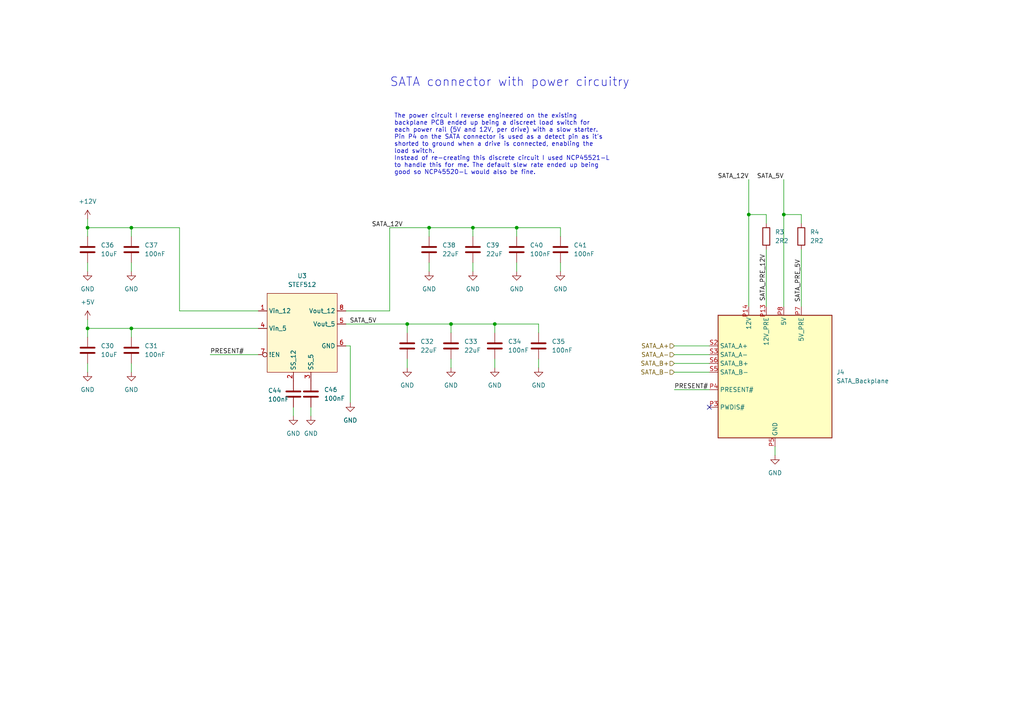
<source format=kicad_sch>
(kicad_sch
	(version 20250114)
	(generator "eeschema")
	(generator_version "9.0")
	(uuid "6fa28856-93ec-4abc-b5e3-56ae1e5f29e4")
	(paper "A4")
	(title_block
		(title "F3 Backplane SATA")
		(rev "1.0")
	)
	(lib_symbols
		(symbol "+5V_1"
			(power)
			(pin_names
				(offset 0)
			)
			(exclude_from_sim no)
			(in_bom yes)
			(on_board yes)
			(property "Reference" "#PWR"
				(at 0 -3.81 0)
				(effects
					(font
						(size 1.27 1.27)
					)
					(hide yes)
				)
			)
			(property "Value" "+5V"
				(at 0 3.556 0)
				(effects
					(font
						(size 1.27 1.27)
					)
				)
			)
			(property "Footprint" ""
				(at 0 0 0)
				(effects
					(font
						(size 1.27 1.27)
					)
					(hide yes)
				)
			)
			(property "Datasheet" ""
				(at 0 0 0)
				(effects
					(font
						(size 1.27 1.27)
					)
					(hide yes)
				)
			)
			(property "Description" "Power symbol creates a global label with name \"+5V\""
				(at 0 0 0)
				(effects
					(font
						(size 1.27 1.27)
					)
					(hide yes)
				)
			)
			(property "ki_keywords" "global power"
				(at 0 0 0)
				(effects
					(font
						(size 1.27 1.27)
					)
					(hide yes)
				)
			)
			(symbol "+5V_1_0_1"
				(polyline
					(pts
						(xy -0.762 1.27) (xy 0 2.54)
					)
					(stroke
						(width 0)
						(type default)
					)
					(fill
						(type none)
					)
				)
				(polyline
					(pts
						(xy 0 2.54) (xy 0.762 1.27)
					)
					(stroke
						(width 0)
						(type default)
					)
					(fill
						(type none)
					)
				)
				(polyline
					(pts
						(xy 0 0) (xy 0 2.54)
					)
					(stroke
						(width 0)
						(type default)
					)
					(fill
						(type none)
					)
				)
			)
			(symbol "+5V_1_1_1"
				(pin power_in line
					(at 0 0 90)
					(length 0)
					(hide yes)
					(name "+5V"
						(effects
							(font
								(size 1.27 1.27)
							)
						)
					)
					(number "1"
						(effects
							(font
								(size 1.27 1.27)
							)
						)
					)
				)
			)
			(embedded_fonts no)
		)
		(symbol "Connector_Backplane:SATA"
			(exclude_from_sim no)
			(in_bom yes)
			(on_board yes)
			(property "Reference" "J"
				(at -15.24 20.32 0)
				(effects
					(font
						(size 1.27 1.27)
					)
				)
			)
			(property "Value" "SATA_Backplane"
				(at 9.398 -19.304 0)
				(effects
					(font
						(size 1.27 1.27)
					)
				)
			)
			(property "Footprint" "Connector_Backplane:Molex_0877011001"
				(at -0.254 -1.524 0)
				(effects
					(font
						(size 1.27 1.27)
					)
					(hide yes)
				)
			)
			(property "Datasheet" ""
				(at 0 10.16 0)
				(effects
					(font
						(size 1.27 1.27)
					)
					(hide yes)
				)
			)
			(property "Description" ""
				(at 0 0 0)
				(effects
					(font
						(size 1.27 1.27)
					)
					(hide yes)
				)
			)
			(symbol "SATA_0_1"
				(rectangle
					(start -16.51 17.78)
					(end 16.51 -17.78)
					(stroke
						(width 0.254)
						(type default)
					)
					(fill
						(type background)
					)
				)
			)
			(symbol "SATA_1_1"
				(pin input line
					(at -19.05 8.89 0)
					(length 2.54)
					(name "SATA_A+"
						(effects
							(font
								(size 1.27 1.27)
							)
						)
					)
					(number "S2"
						(effects
							(font
								(size 1.27 1.27)
							)
						)
					)
				)
				(pin input line
					(at -19.05 6.35 0)
					(length 2.54)
					(name "SATA_A-"
						(effects
							(font
								(size 1.27 1.27)
							)
						)
					)
					(number "S3"
						(effects
							(font
								(size 1.27 1.27)
							)
						)
					)
				)
				(pin input line
					(at -19.05 3.81 0)
					(length 2.54)
					(name "SATA_B+"
						(effects
							(font
								(size 1.27 1.27)
							)
						)
					)
					(number "S6"
						(effects
							(font
								(size 1.27 1.27)
							)
						)
					)
				)
				(pin input line
					(at -19.05 1.27 0)
					(length 2.54)
					(name "SATA_B-"
						(effects
							(font
								(size 1.27 1.27)
							)
						)
					)
					(number "S5"
						(effects
							(font
								(size 1.27 1.27)
							)
						)
					)
				)
				(pin input line
					(at -19.05 -3.81 0)
					(length 2.54)
					(name "PRESENT#"
						(effects
							(font
								(size 1.27 1.27)
							)
						)
					)
					(number "P4"
						(effects
							(font
								(size 1.27 1.27)
							)
						)
					)
				)
				(pin input line
					(at -19.05 -8.89 0)
					(length 2.54)
					(name "PWDIS#"
						(effects
							(font
								(size 1.27 1.27)
							)
						)
					)
					(number "P3"
						(effects
							(font
								(size 1.27 1.27)
							)
						)
					)
				)
				(pin input line
					(at -7.62 20.32 270)
					(length 2.54)
					(name "12V"
						(effects
							(font
								(size 1.27 1.27)
							)
						)
					)
					(number "P14"
						(effects
							(font
								(size 1.27 1.27)
							)
						)
					)
				)
				(pin input line
					(at -7.62 20.32 270)
					(length 2.54)
					(hide yes)
					(name "12V"
						(effects
							(font
								(size 1.27 1.27)
							)
						)
					)
					(number "P15"
						(effects
							(font
								(size 1.27 1.27)
							)
						)
					)
				)
				(pin input line
					(at -2.54 20.32 270)
					(length 2.54)
					(name "12V_PRE"
						(effects
							(font
								(size 1.27 1.27)
							)
						)
					)
					(number "P13"
						(effects
							(font
								(size 1.27 1.27)
							)
						)
					)
				)
				(pin input line
					(at 0 -20.32 90)
					(length 2.54)
					(hide yes)
					(name "GND"
						(effects
							(font
								(size 1.27 1.27)
							)
						)
					)
					(number "P10"
						(effects
							(font
								(size 1.27 1.27)
							)
						)
					)
				)
				(pin input line
					(at 0 -20.32 90)
					(length 2.54)
					(hide yes)
					(name "GND"
						(effects
							(font
								(size 1.27 1.27)
							)
						)
					)
					(number "P12"
						(effects
							(font
								(size 1.27 1.27)
							)
						)
					)
				)
				(pin input line
					(at 0 -20.32 90)
					(length 2.54)
					(name "GND"
						(effects
							(font
								(size 1.27 1.27)
							)
						)
					)
					(number "P5"
						(effects
							(font
								(size 1.27 1.27)
							)
						)
					)
				)
				(pin input line
					(at 0 -20.32 90)
					(length 2.54)
					(hide yes)
					(name "GND"
						(effects
							(font
								(size 1.27 1.27)
							)
						)
					)
					(number "P6"
						(effects
							(font
								(size 1.27 1.27)
							)
						)
					)
				)
				(pin input line
					(at 0 -20.32 90)
					(length 2.54)
					(hide yes)
					(name "GND"
						(effects
							(font
								(size 1.27 1.27)
							)
						)
					)
					(number "S1"
						(effects
							(font
								(size 1.27 1.27)
							)
						)
					)
				)
				(pin input line
					(at 0 -20.32 90)
					(length 2.54)
					(hide yes)
					(name "GND"
						(effects
							(font
								(size 1.27 1.27)
							)
						)
					)
					(number "S4"
						(effects
							(font
								(size 1.27 1.27)
							)
						)
					)
				)
				(pin input line
					(at 0 -20.32 90)
					(length 2.54)
					(hide yes)
					(name "GND"
						(effects
							(font
								(size 1.27 1.27)
							)
						)
					)
					(number "S7"
						(effects
							(font
								(size 1.27 1.27)
							)
						)
					)
				)
				(pin input line
					(at 2.54 20.32 270)
					(length 2.54)
					(name "5V"
						(effects
							(font
								(size 1.27 1.27)
							)
						)
					)
					(number "P8"
						(effects
							(font
								(size 1.27 1.27)
							)
						)
					)
				)
				(pin input line
					(at 2.54 20.32 270)
					(length 2.54)
					(hide yes)
					(name "5V"
						(effects
							(font
								(size 1.27 1.27)
							)
						)
					)
					(number "P9"
						(effects
							(font
								(size 1.27 1.27)
							)
						)
					)
				)
				(pin input line
					(at 7.62 20.32 270)
					(length 2.54)
					(name "5V_PRE"
						(effects
							(font
								(size 1.27 1.27)
							)
						)
					)
					(number "P7"
						(effects
							(font
								(size 1.27 1.27)
							)
						)
					)
				)
			)
			(embedded_fonts no)
		)
		(symbol "Device:C"
			(pin_numbers
				(hide yes)
			)
			(pin_names
				(offset 0.254)
			)
			(exclude_from_sim no)
			(in_bom yes)
			(on_board yes)
			(property "Reference" "C"
				(at 0.635 2.54 0)
				(effects
					(font
						(size 1.27 1.27)
					)
					(justify left)
				)
			)
			(property "Value" "C"
				(at 0.635 -2.54 0)
				(effects
					(font
						(size 1.27 1.27)
					)
					(justify left)
				)
			)
			(property "Footprint" ""
				(at 0.9652 -3.81 0)
				(effects
					(font
						(size 1.27 1.27)
					)
					(hide yes)
				)
			)
			(property "Datasheet" "~"
				(at 0 0 0)
				(effects
					(font
						(size 1.27 1.27)
					)
					(hide yes)
				)
			)
			(property "Description" "Unpolarized capacitor"
				(at 0 0 0)
				(effects
					(font
						(size 1.27 1.27)
					)
					(hide yes)
				)
			)
			(property "ki_keywords" "cap capacitor"
				(at 0 0 0)
				(effects
					(font
						(size 1.27 1.27)
					)
					(hide yes)
				)
			)
			(property "ki_fp_filters" "C_*"
				(at 0 0 0)
				(effects
					(font
						(size 1.27 1.27)
					)
					(hide yes)
				)
			)
			(symbol "C_0_1"
				(polyline
					(pts
						(xy -2.032 0.762) (xy 2.032 0.762)
					)
					(stroke
						(width 0.508)
						(type default)
					)
					(fill
						(type none)
					)
				)
				(polyline
					(pts
						(xy -2.032 -0.762) (xy 2.032 -0.762)
					)
					(stroke
						(width 0.508)
						(type default)
					)
					(fill
						(type none)
					)
				)
			)
			(symbol "C_1_1"
				(pin passive line
					(at 0 3.81 270)
					(length 2.794)
					(name "~"
						(effects
							(font
								(size 1.27 1.27)
							)
						)
					)
					(number "1"
						(effects
							(font
								(size 1.27 1.27)
							)
						)
					)
				)
				(pin passive line
					(at 0 -3.81 90)
					(length 2.794)
					(name "~"
						(effects
							(font
								(size 1.27 1.27)
							)
						)
					)
					(number "2"
						(effects
							(font
								(size 1.27 1.27)
							)
						)
					)
				)
			)
			(embedded_fonts no)
		)
		(symbol "Device:R"
			(pin_numbers
				(hide yes)
			)
			(pin_names
				(offset 0)
			)
			(exclude_from_sim no)
			(in_bom yes)
			(on_board yes)
			(property "Reference" "R"
				(at 2.032 0 90)
				(effects
					(font
						(size 1.27 1.27)
					)
				)
			)
			(property "Value" "R"
				(at 0 0 90)
				(effects
					(font
						(size 1.27 1.27)
					)
				)
			)
			(property "Footprint" ""
				(at -1.778 0 90)
				(effects
					(font
						(size 1.27 1.27)
					)
					(hide yes)
				)
			)
			(property "Datasheet" "~"
				(at 0 0 0)
				(effects
					(font
						(size 1.27 1.27)
					)
					(hide yes)
				)
			)
			(property "Description" "Resistor"
				(at 0 0 0)
				(effects
					(font
						(size 1.27 1.27)
					)
					(hide yes)
				)
			)
			(property "ki_keywords" "R res resistor"
				(at 0 0 0)
				(effects
					(font
						(size 1.27 1.27)
					)
					(hide yes)
				)
			)
			(property "ki_fp_filters" "R_*"
				(at 0 0 0)
				(effects
					(font
						(size 1.27 1.27)
					)
					(hide yes)
				)
			)
			(symbol "R_0_1"
				(rectangle
					(start -1.016 -2.54)
					(end 1.016 2.54)
					(stroke
						(width 0.254)
						(type default)
					)
					(fill
						(type none)
					)
				)
			)
			(symbol "R_1_1"
				(pin passive line
					(at 0 3.81 270)
					(length 1.27)
					(name "~"
						(effects
							(font
								(size 1.27 1.27)
							)
						)
					)
					(number "1"
						(effects
							(font
								(size 1.27 1.27)
							)
						)
					)
				)
				(pin passive line
					(at 0 -3.81 90)
					(length 1.27)
					(name "~"
						(effects
							(font
								(size 1.27 1.27)
							)
						)
					)
					(number "2"
						(effects
							(font
								(size 1.27 1.27)
							)
						)
					)
				)
			)
			(embedded_fonts no)
		)
		(symbol "GND_1"
			(power)
			(pin_names
				(offset 0)
			)
			(exclude_from_sim no)
			(in_bom yes)
			(on_board yes)
			(property "Reference" "#PWR"
				(at 0 -6.35 0)
				(effects
					(font
						(size 1.27 1.27)
					)
					(hide yes)
				)
			)
			(property "Value" "GND"
				(at 0 -3.81 0)
				(effects
					(font
						(size 1.27 1.27)
					)
				)
			)
			(property "Footprint" ""
				(at 0 0 0)
				(effects
					(font
						(size 1.27 1.27)
					)
					(hide yes)
				)
			)
			(property "Datasheet" ""
				(at 0 0 0)
				(effects
					(font
						(size 1.27 1.27)
					)
					(hide yes)
				)
			)
			(property "Description" "Power symbol creates a global label with name \"GND\" , ground"
				(at 0 0 0)
				(effects
					(font
						(size 1.27 1.27)
					)
					(hide yes)
				)
			)
			(property "ki_keywords" "global power"
				(at 0 0 0)
				(effects
					(font
						(size 1.27 1.27)
					)
					(hide yes)
				)
			)
			(symbol "GND_1_0_1"
				(polyline
					(pts
						(xy 0 0) (xy 0 -1.27) (xy 1.27 -1.27) (xy 0 -2.54) (xy -1.27 -1.27) (xy 0 -1.27)
					)
					(stroke
						(width 0)
						(type default)
					)
					(fill
						(type none)
					)
				)
			)
			(symbol "GND_1_1_1"
				(pin power_in line
					(at 0 0 270)
					(length 0)
					(hide yes)
					(name "GND"
						(effects
							(font
								(size 1.27 1.27)
							)
						)
					)
					(number "1"
						(effects
							(font
								(size 1.27 1.27)
							)
						)
					)
				)
			)
			(embedded_fonts no)
		)
		(symbol "GND_10"
			(power)
			(pin_names
				(offset 0)
			)
			(exclude_from_sim no)
			(in_bom yes)
			(on_board yes)
			(property "Reference" "#PWR"
				(at 0 -6.35 0)
				(effects
					(font
						(size 1.27 1.27)
					)
					(hide yes)
				)
			)
			(property "Value" "GND"
				(at 0 -3.81 0)
				(effects
					(font
						(size 1.27 1.27)
					)
				)
			)
			(property "Footprint" ""
				(at 0 0 0)
				(effects
					(font
						(size 1.27 1.27)
					)
					(hide yes)
				)
			)
			(property "Datasheet" ""
				(at 0 0 0)
				(effects
					(font
						(size 1.27 1.27)
					)
					(hide yes)
				)
			)
			(property "Description" "Power symbol creates a global label with name \"GND\" , ground"
				(at 0 0 0)
				(effects
					(font
						(size 1.27 1.27)
					)
					(hide yes)
				)
			)
			(property "ki_keywords" "global power"
				(at 0 0 0)
				(effects
					(font
						(size 1.27 1.27)
					)
					(hide yes)
				)
			)
			(symbol "GND_10_0_1"
				(polyline
					(pts
						(xy 0 0) (xy 0 -1.27) (xy 1.27 -1.27) (xy 0 -2.54) (xy -1.27 -1.27) (xy 0 -1.27)
					)
					(stroke
						(width 0)
						(type default)
					)
					(fill
						(type none)
					)
				)
			)
			(symbol "GND_10_1_1"
				(pin power_in line
					(at 0 0 270)
					(length 0)
					(hide yes)
					(name "GND"
						(effects
							(font
								(size 1.27 1.27)
							)
						)
					)
					(number "1"
						(effects
							(font
								(size 1.27 1.27)
							)
						)
					)
				)
			)
			(embedded_fonts no)
		)
		(symbol "GND_11"
			(power)
			(pin_names
				(offset 0)
			)
			(exclude_from_sim no)
			(in_bom yes)
			(on_board yes)
			(property "Reference" "#PWR"
				(at 0 -6.35 0)
				(effects
					(font
						(size 1.27 1.27)
					)
					(hide yes)
				)
			)
			(property "Value" "GND"
				(at 0 -3.81 0)
				(effects
					(font
						(size 1.27 1.27)
					)
				)
			)
			(property "Footprint" ""
				(at 0 0 0)
				(effects
					(font
						(size 1.27 1.27)
					)
					(hide yes)
				)
			)
			(property "Datasheet" ""
				(at 0 0 0)
				(effects
					(font
						(size 1.27 1.27)
					)
					(hide yes)
				)
			)
			(property "Description" "Power symbol creates a global label with name \"GND\" , ground"
				(at 0 0 0)
				(effects
					(font
						(size 1.27 1.27)
					)
					(hide yes)
				)
			)
			(property "ki_keywords" "global power"
				(at 0 0 0)
				(effects
					(font
						(size 1.27 1.27)
					)
					(hide yes)
				)
			)
			(symbol "GND_11_0_1"
				(polyline
					(pts
						(xy 0 0) (xy 0 -1.27) (xy 1.27 -1.27) (xy 0 -2.54) (xy -1.27 -1.27) (xy 0 -1.27)
					)
					(stroke
						(width 0)
						(type default)
					)
					(fill
						(type none)
					)
				)
			)
			(symbol "GND_11_1_1"
				(pin power_in line
					(at 0 0 270)
					(length 0)
					(hide yes)
					(name "GND"
						(effects
							(font
								(size 1.27 1.27)
							)
						)
					)
					(number "1"
						(effects
							(font
								(size 1.27 1.27)
							)
						)
					)
				)
			)
			(embedded_fonts no)
		)
		(symbol "GND_12"
			(power)
			(pin_names
				(offset 0)
			)
			(exclude_from_sim no)
			(in_bom yes)
			(on_board yes)
			(property "Reference" "#PWR"
				(at 0 -6.35 0)
				(effects
					(font
						(size 1.27 1.27)
					)
					(hide yes)
				)
			)
			(property "Value" "GND"
				(at 0 -3.81 0)
				(effects
					(font
						(size 1.27 1.27)
					)
				)
			)
			(property "Footprint" ""
				(at 0 0 0)
				(effects
					(font
						(size 1.27 1.27)
					)
					(hide yes)
				)
			)
			(property "Datasheet" ""
				(at 0 0 0)
				(effects
					(font
						(size 1.27 1.27)
					)
					(hide yes)
				)
			)
			(property "Description" "Power symbol creates a global label with name \"GND\" , ground"
				(at 0 0 0)
				(effects
					(font
						(size 1.27 1.27)
					)
					(hide yes)
				)
			)
			(property "ki_keywords" "global power"
				(at 0 0 0)
				(effects
					(font
						(size 1.27 1.27)
					)
					(hide yes)
				)
			)
			(symbol "GND_12_0_1"
				(polyline
					(pts
						(xy 0 0) (xy 0 -1.27) (xy 1.27 -1.27) (xy 0 -2.54) (xy -1.27 -1.27) (xy 0 -1.27)
					)
					(stroke
						(width 0)
						(type default)
					)
					(fill
						(type none)
					)
				)
			)
			(symbol "GND_12_1_1"
				(pin power_in line
					(at 0 0 270)
					(length 0)
					(hide yes)
					(name "GND"
						(effects
							(font
								(size 1.27 1.27)
							)
						)
					)
					(number "1"
						(effects
							(font
								(size 1.27 1.27)
							)
						)
					)
				)
			)
			(embedded_fonts no)
		)
		(symbol "GND_13"
			(power)
			(pin_names
				(offset 0)
			)
			(exclude_from_sim no)
			(in_bom yes)
			(on_board yes)
			(property "Reference" "#PWR"
				(at 0 -6.35 0)
				(effects
					(font
						(size 1.27 1.27)
					)
					(hide yes)
				)
			)
			(property "Value" "GND"
				(at 0 -3.81 0)
				(effects
					(font
						(size 1.27 1.27)
					)
				)
			)
			(property "Footprint" ""
				(at 0 0 0)
				(effects
					(font
						(size 1.27 1.27)
					)
					(hide yes)
				)
			)
			(property "Datasheet" ""
				(at 0 0 0)
				(effects
					(font
						(size 1.27 1.27)
					)
					(hide yes)
				)
			)
			(property "Description" "Power symbol creates a global label with name \"GND\" , ground"
				(at 0 0 0)
				(effects
					(font
						(size 1.27 1.27)
					)
					(hide yes)
				)
			)
			(property "ki_keywords" "global power"
				(at 0 0 0)
				(effects
					(font
						(size 1.27 1.27)
					)
					(hide yes)
				)
			)
			(symbol "GND_13_0_1"
				(polyline
					(pts
						(xy 0 0) (xy 0 -1.27) (xy 1.27 -1.27) (xy 0 -2.54) (xy -1.27 -1.27) (xy 0 -1.27)
					)
					(stroke
						(width 0)
						(type default)
					)
					(fill
						(type none)
					)
				)
			)
			(symbol "GND_13_1_1"
				(pin power_in line
					(at 0 0 270)
					(length 0)
					(hide yes)
					(name "GND"
						(effects
							(font
								(size 1.27 1.27)
							)
						)
					)
					(number "1"
						(effects
							(font
								(size 1.27 1.27)
							)
						)
					)
				)
			)
			(embedded_fonts no)
		)
		(symbol "GND_14"
			(power)
			(pin_names
				(offset 0)
			)
			(exclude_from_sim no)
			(in_bom yes)
			(on_board yes)
			(property "Reference" "#PWR"
				(at 0 -6.35 0)
				(effects
					(font
						(size 1.27 1.27)
					)
					(hide yes)
				)
			)
			(property "Value" "GND"
				(at 0 -3.81 0)
				(effects
					(font
						(size 1.27 1.27)
					)
				)
			)
			(property "Footprint" ""
				(at 0 0 0)
				(effects
					(font
						(size 1.27 1.27)
					)
					(hide yes)
				)
			)
			(property "Datasheet" ""
				(at 0 0 0)
				(effects
					(font
						(size 1.27 1.27)
					)
					(hide yes)
				)
			)
			(property "Description" "Power symbol creates a global label with name \"GND\" , ground"
				(at 0 0 0)
				(effects
					(font
						(size 1.27 1.27)
					)
					(hide yes)
				)
			)
			(property "ki_keywords" "global power"
				(at 0 0 0)
				(effects
					(font
						(size 1.27 1.27)
					)
					(hide yes)
				)
			)
			(symbol "GND_14_0_1"
				(polyline
					(pts
						(xy 0 0) (xy 0 -1.27) (xy 1.27 -1.27) (xy 0 -2.54) (xy -1.27 -1.27) (xy 0 -1.27)
					)
					(stroke
						(width 0)
						(type default)
					)
					(fill
						(type none)
					)
				)
			)
			(symbol "GND_14_1_1"
				(pin power_in line
					(at 0 0 270)
					(length 0)
					(hide yes)
					(name "GND"
						(effects
							(font
								(size 1.27 1.27)
							)
						)
					)
					(number "1"
						(effects
							(font
								(size 1.27 1.27)
							)
						)
					)
				)
			)
			(embedded_fonts no)
		)
		(symbol "GND_15"
			(power)
			(pin_names
				(offset 0)
			)
			(exclude_from_sim no)
			(in_bom yes)
			(on_board yes)
			(property "Reference" "#PWR"
				(at 0 -6.35 0)
				(effects
					(font
						(size 1.27 1.27)
					)
					(hide yes)
				)
			)
			(property "Value" "GND"
				(at 0 -3.81 0)
				(effects
					(font
						(size 1.27 1.27)
					)
				)
			)
			(property "Footprint" ""
				(at 0 0 0)
				(effects
					(font
						(size 1.27 1.27)
					)
					(hide yes)
				)
			)
			(property "Datasheet" ""
				(at 0 0 0)
				(effects
					(font
						(size 1.27 1.27)
					)
					(hide yes)
				)
			)
			(property "Description" "Power symbol creates a global label with name \"GND\" , ground"
				(at 0 0 0)
				(effects
					(font
						(size 1.27 1.27)
					)
					(hide yes)
				)
			)
			(property "ki_keywords" "global power"
				(at 0 0 0)
				(effects
					(font
						(size 1.27 1.27)
					)
					(hide yes)
				)
			)
			(symbol "GND_15_0_1"
				(polyline
					(pts
						(xy 0 0) (xy 0 -1.27) (xy 1.27 -1.27) (xy 0 -2.54) (xy -1.27 -1.27) (xy 0 -1.27)
					)
					(stroke
						(width 0)
						(type default)
					)
					(fill
						(type none)
					)
				)
			)
			(symbol "GND_15_1_1"
				(pin power_in line
					(at 0 0 270)
					(length 0)
					(hide yes)
					(name "GND"
						(effects
							(font
								(size 1.27 1.27)
							)
						)
					)
					(number "1"
						(effects
							(font
								(size 1.27 1.27)
							)
						)
					)
				)
			)
			(embedded_fonts no)
		)
		(symbol "GND_16"
			(power)
			(pin_numbers
				(hide yes)
			)
			(pin_names
				(offset 0)
				(hide yes)
			)
			(exclude_from_sim no)
			(in_bom yes)
			(on_board yes)
			(property "Reference" "#PWR"
				(at 0 -6.35 0)
				(effects
					(font
						(size 1.27 1.27)
					)
					(hide yes)
				)
			)
			(property "Value" "GND"
				(at 0 -3.81 0)
				(effects
					(font
						(size 1.27 1.27)
					)
				)
			)
			(property "Footprint" ""
				(at 0 0 0)
				(effects
					(font
						(size 1.27 1.27)
					)
					(hide yes)
				)
			)
			(property "Datasheet" ""
				(at 0 0 0)
				(effects
					(font
						(size 1.27 1.27)
					)
					(hide yes)
				)
			)
			(property "Description" "Power symbol creates a global label with name \"GND\" , ground"
				(at 0 0 0)
				(effects
					(font
						(size 1.27 1.27)
					)
					(hide yes)
				)
			)
			(property "ki_keywords" "global power"
				(at 0 0 0)
				(effects
					(font
						(size 1.27 1.27)
					)
					(hide yes)
				)
			)
			(symbol "GND_16_0_1"
				(polyline
					(pts
						(xy 0 0) (xy 0 -1.27) (xy 1.27 -1.27) (xy 0 -2.54) (xy -1.27 -1.27) (xy 0 -1.27)
					)
					(stroke
						(width 0)
						(type default)
					)
					(fill
						(type none)
					)
				)
			)
			(symbol "GND_16_1_1"
				(pin power_in line
					(at 0 0 270)
					(length 0)
					(name "~"
						(effects
							(font
								(size 1.27 1.27)
							)
						)
					)
					(number "1"
						(effects
							(font
								(size 1.27 1.27)
							)
						)
					)
				)
			)
			(embedded_fonts no)
		)
		(symbol "GND_2"
			(power)
			(pin_names
				(offset 0)
			)
			(exclude_from_sim no)
			(in_bom yes)
			(on_board yes)
			(property "Reference" "#PWR"
				(at 0 -6.35 0)
				(effects
					(font
						(size 1.27 1.27)
					)
					(hide yes)
				)
			)
			(property "Value" "GND"
				(at 0 -3.81 0)
				(effects
					(font
						(size 1.27 1.27)
					)
				)
			)
			(property "Footprint" ""
				(at 0 0 0)
				(effects
					(font
						(size 1.27 1.27)
					)
					(hide yes)
				)
			)
			(property "Datasheet" ""
				(at 0 0 0)
				(effects
					(font
						(size 1.27 1.27)
					)
					(hide yes)
				)
			)
			(property "Description" "Power symbol creates a global label with name \"GND\" , ground"
				(at 0 0 0)
				(effects
					(font
						(size 1.27 1.27)
					)
					(hide yes)
				)
			)
			(property "ki_keywords" "global power"
				(at 0 0 0)
				(effects
					(font
						(size 1.27 1.27)
					)
					(hide yes)
				)
			)
			(symbol "GND_2_0_1"
				(polyline
					(pts
						(xy 0 0) (xy 0 -1.27) (xy 1.27 -1.27) (xy 0 -2.54) (xy -1.27 -1.27) (xy 0 -1.27)
					)
					(stroke
						(width 0)
						(type default)
					)
					(fill
						(type none)
					)
				)
			)
			(symbol "GND_2_1_1"
				(pin power_in line
					(at 0 0 270)
					(length 0)
					(hide yes)
					(name "GND"
						(effects
							(font
								(size 1.27 1.27)
							)
						)
					)
					(number "1"
						(effects
							(font
								(size 1.27 1.27)
							)
						)
					)
				)
			)
			(embedded_fonts no)
		)
		(symbol "GND_3"
			(power)
			(pin_names
				(offset 0)
			)
			(exclude_from_sim no)
			(in_bom yes)
			(on_board yes)
			(property "Reference" "#PWR"
				(at 0 -6.35 0)
				(effects
					(font
						(size 1.27 1.27)
					)
					(hide yes)
				)
			)
			(property "Value" "GND"
				(at 0 -3.81 0)
				(effects
					(font
						(size 1.27 1.27)
					)
				)
			)
			(property "Footprint" ""
				(at 0 0 0)
				(effects
					(font
						(size 1.27 1.27)
					)
					(hide yes)
				)
			)
			(property "Datasheet" ""
				(at 0 0 0)
				(effects
					(font
						(size 1.27 1.27)
					)
					(hide yes)
				)
			)
			(property "Description" "Power symbol creates a global label with name \"GND\" , ground"
				(at 0 0 0)
				(effects
					(font
						(size 1.27 1.27)
					)
					(hide yes)
				)
			)
			(property "ki_keywords" "global power"
				(at 0 0 0)
				(effects
					(font
						(size 1.27 1.27)
					)
					(hide yes)
				)
			)
			(symbol "GND_3_0_1"
				(polyline
					(pts
						(xy 0 0) (xy 0 -1.27) (xy 1.27 -1.27) (xy 0 -2.54) (xy -1.27 -1.27) (xy 0 -1.27)
					)
					(stroke
						(width 0)
						(type default)
					)
					(fill
						(type none)
					)
				)
			)
			(symbol "GND_3_1_1"
				(pin power_in line
					(at 0 0 270)
					(length 0)
					(hide yes)
					(name "GND"
						(effects
							(font
								(size 1.27 1.27)
							)
						)
					)
					(number "1"
						(effects
							(font
								(size 1.27 1.27)
							)
						)
					)
				)
			)
			(embedded_fonts no)
		)
		(symbol "GND_4"
			(power)
			(pin_names
				(offset 0)
			)
			(exclude_from_sim no)
			(in_bom yes)
			(on_board yes)
			(property "Reference" "#PWR"
				(at 0 -6.35 0)
				(effects
					(font
						(size 1.27 1.27)
					)
					(hide yes)
				)
			)
			(property "Value" "GND"
				(at 0 -3.81 0)
				(effects
					(font
						(size 1.27 1.27)
					)
				)
			)
			(property "Footprint" ""
				(at 0 0 0)
				(effects
					(font
						(size 1.27 1.27)
					)
					(hide yes)
				)
			)
			(property "Datasheet" ""
				(at 0 0 0)
				(effects
					(font
						(size 1.27 1.27)
					)
					(hide yes)
				)
			)
			(property "Description" "Power symbol creates a global label with name \"GND\" , ground"
				(at 0 0 0)
				(effects
					(font
						(size 1.27 1.27)
					)
					(hide yes)
				)
			)
			(property "ki_keywords" "global power"
				(at 0 0 0)
				(effects
					(font
						(size 1.27 1.27)
					)
					(hide yes)
				)
			)
			(symbol "GND_4_0_1"
				(polyline
					(pts
						(xy 0 0) (xy 0 -1.27) (xy 1.27 -1.27) (xy 0 -2.54) (xy -1.27 -1.27) (xy 0 -1.27)
					)
					(stroke
						(width 0)
						(type default)
					)
					(fill
						(type none)
					)
				)
			)
			(symbol "GND_4_1_1"
				(pin power_in line
					(at 0 0 270)
					(length 0)
					(hide yes)
					(name "GND"
						(effects
							(font
								(size 1.27 1.27)
							)
						)
					)
					(number "1"
						(effects
							(font
								(size 1.27 1.27)
							)
						)
					)
				)
			)
			(embedded_fonts no)
		)
		(symbol "GND_5"
			(power)
			(pin_names
				(offset 0)
			)
			(exclude_from_sim no)
			(in_bom yes)
			(on_board yes)
			(property "Reference" "#PWR"
				(at 0 -6.35 0)
				(effects
					(font
						(size 1.27 1.27)
					)
					(hide yes)
				)
			)
			(property "Value" "GND"
				(at 0 -3.81 0)
				(effects
					(font
						(size 1.27 1.27)
					)
				)
			)
			(property "Footprint" ""
				(at 0 0 0)
				(effects
					(font
						(size 1.27 1.27)
					)
					(hide yes)
				)
			)
			(property "Datasheet" ""
				(at 0 0 0)
				(effects
					(font
						(size 1.27 1.27)
					)
					(hide yes)
				)
			)
			(property "Description" "Power symbol creates a global label with name \"GND\" , ground"
				(at 0 0 0)
				(effects
					(font
						(size 1.27 1.27)
					)
					(hide yes)
				)
			)
			(property "ki_keywords" "global power"
				(at 0 0 0)
				(effects
					(font
						(size 1.27 1.27)
					)
					(hide yes)
				)
			)
			(symbol "GND_5_0_1"
				(polyline
					(pts
						(xy 0 0) (xy 0 -1.27) (xy 1.27 -1.27) (xy 0 -2.54) (xy -1.27 -1.27) (xy 0 -1.27)
					)
					(stroke
						(width 0)
						(type default)
					)
					(fill
						(type none)
					)
				)
			)
			(symbol "GND_5_1_1"
				(pin power_in line
					(at 0 0 270)
					(length 0)
					(hide yes)
					(name "GND"
						(effects
							(font
								(size 1.27 1.27)
							)
						)
					)
					(number "1"
						(effects
							(font
								(size 1.27 1.27)
							)
						)
					)
				)
			)
			(embedded_fonts no)
		)
		(symbol "GND_6"
			(power)
			(pin_names
				(offset 0)
			)
			(exclude_from_sim no)
			(in_bom yes)
			(on_board yes)
			(property "Reference" "#PWR"
				(at 0 -6.35 0)
				(effects
					(font
						(size 1.27 1.27)
					)
					(hide yes)
				)
			)
			(property "Value" "GND"
				(at 0 -3.81 0)
				(effects
					(font
						(size 1.27 1.27)
					)
				)
			)
			(property "Footprint" ""
				(at 0 0 0)
				(effects
					(font
						(size 1.27 1.27)
					)
					(hide yes)
				)
			)
			(property "Datasheet" ""
				(at 0 0 0)
				(effects
					(font
						(size 1.27 1.27)
					)
					(hide yes)
				)
			)
			(property "Description" "Power symbol creates a global label with name \"GND\" , ground"
				(at 0 0 0)
				(effects
					(font
						(size 1.27 1.27)
					)
					(hide yes)
				)
			)
			(property "ki_keywords" "global power"
				(at 0 0 0)
				(effects
					(font
						(size 1.27 1.27)
					)
					(hide yes)
				)
			)
			(symbol "GND_6_0_1"
				(polyline
					(pts
						(xy 0 0) (xy 0 -1.27) (xy 1.27 -1.27) (xy 0 -2.54) (xy -1.27 -1.27) (xy 0 -1.27)
					)
					(stroke
						(width 0)
						(type default)
					)
					(fill
						(type none)
					)
				)
			)
			(symbol "GND_6_1_1"
				(pin power_in line
					(at 0 0 270)
					(length 0)
					(hide yes)
					(name "GND"
						(effects
							(font
								(size 1.27 1.27)
							)
						)
					)
					(number "1"
						(effects
							(font
								(size 1.27 1.27)
							)
						)
					)
				)
			)
			(embedded_fonts no)
		)
		(symbol "GND_7"
			(power)
			(pin_names
				(offset 0)
			)
			(exclude_from_sim no)
			(in_bom yes)
			(on_board yes)
			(property "Reference" "#PWR"
				(at 0 -6.35 0)
				(effects
					(font
						(size 1.27 1.27)
					)
					(hide yes)
				)
			)
			(property "Value" "GND"
				(at 0 -3.81 0)
				(effects
					(font
						(size 1.27 1.27)
					)
				)
			)
			(property "Footprint" ""
				(at 0 0 0)
				(effects
					(font
						(size 1.27 1.27)
					)
					(hide yes)
				)
			)
			(property "Datasheet" ""
				(at 0 0 0)
				(effects
					(font
						(size 1.27 1.27)
					)
					(hide yes)
				)
			)
			(property "Description" "Power symbol creates a global label with name \"GND\" , ground"
				(at 0 0 0)
				(effects
					(font
						(size 1.27 1.27)
					)
					(hide yes)
				)
			)
			(property "ki_keywords" "global power"
				(at 0 0 0)
				(effects
					(font
						(size 1.27 1.27)
					)
					(hide yes)
				)
			)
			(symbol "GND_7_0_1"
				(polyline
					(pts
						(xy 0 0) (xy 0 -1.27) (xy 1.27 -1.27) (xy 0 -2.54) (xy -1.27 -1.27) (xy 0 -1.27)
					)
					(stroke
						(width 0)
						(type default)
					)
					(fill
						(type none)
					)
				)
			)
			(symbol "GND_7_1_1"
				(pin power_in line
					(at 0 0 270)
					(length 0)
					(hide yes)
					(name "GND"
						(effects
							(font
								(size 1.27 1.27)
							)
						)
					)
					(number "1"
						(effects
							(font
								(size 1.27 1.27)
							)
						)
					)
				)
			)
			(embedded_fonts no)
		)
		(symbol "GND_8"
			(power)
			(pin_names
				(offset 0)
			)
			(exclude_from_sim no)
			(in_bom yes)
			(on_board yes)
			(property "Reference" "#PWR"
				(at 0 -6.35 0)
				(effects
					(font
						(size 1.27 1.27)
					)
					(hide yes)
				)
			)
			(property "Value" "GND"
				(at 0 -3.81 0)
				(effects
					(font
						(size 1.27 1.27)
					)
				)
			)
			(property "Footprint" ""
				(at 0 0 0)
				(effects
					(font
						(size 1.27 1.27)
					)
					(hide yes)
				)
			)
			(property "Datasheet" ""
				(at 0 0 0)
				(effects
					(font
						(size 1.27 1.27)
					)
					(hide yes)
				)
			)
			(property "Description" "Power symbol creates a global label with name \"GND\" , ground"
				(at 0 0 0)
				(effects
					(font
						(size 1.27 1.27)
					)
					(hide yes)
				)
			)
			(property "ki_keywords" "global power"
				(at 0 0 0)
				(effects
					(font
						(size 1.27 1.27)
					)
					(hide yes)
				)
			)
			(symbol "GND_8_0_1"
				(polyline
					(pts
						(xy 0 0) (xy 0 -1.27) (xy 1.27 -1.27) (xy 0 -2.54) (xy -1.27 -1.27) (xy 0 -1.27)
					)
					(stroke
						(width 0)
						(type default)
					)
					(fill
						(type none)
					)
				)
			)
			(symbol "GND_8_1_1"
				(pin power_in line
					(at 0 0 270)
					(length 0)
					(hide yes)
					(name "GND"
						(effects
							(font
								(size 1.27 1.27)
							)
						)
					)
					(number "1"
						(effects
							(font
								(size 1.27 1.27)
							)
						)
					)
				)
			)
			(embedded_fonts no)
		)
		(symbol "Load_Switches:STEF512"
			(exclude_from_sim no)
			(in_bom yes)
			(on_board yes)
			(property "Reference" "U"
				(at 1.778 15.748 0)
				(effects
					(font
						(size 1.27 1.27)
					)
				)
			)
			(property "Value" "STEF512"
				(at 5.08 13.462 0)
				(effects
					(font
						(size 1.27 1.27)
					)
				)
			)
			(property "Footprint" "Load_Switches:TSOT23-8L"
				(at -0.254 -1.778 0)
				(effects
					(font
						(size 1.27 1.27)
					)
					(hide yes)
				)
			)
			(property "Datasheet" "https://no.mouser.com/datasheet/2/389/stef512gr-1850675.pdf"
				(at 37.338 -13.462 0)
				(effects
					(font
						(size 1.27 1.27)
					)
					(hide yes)
				)
			)
			(property "Description" ""
				(at 0 0 0)
				(effects
					(font
						(size 1.27 1.27)
					)
					(hide yes)
				)
			)
			(symbol "STEF512_0_1"
				(rectangle
					(start -10.16 11.43)
					(end 10.16 -11.43)
					(stroke
						(width 0)
						(type default)
					)
					(fill
						(type color)
						(color 255 249 208 1)
					)
				)
			)
			(symbol "STEF512_1_1"
				(pin power_in line
					(at -12.7 6.35 0)
					(length 2.54)
					(name "Vin_12"
						(effects
							(font
								(size 1.27 1.27)
							)
						)
					)
					(number "1"
						(effects
							(font
								(size 1.27 1.27)
							)
						)
					)
				)
				(pin power_in line
					(at -12.7 1.27 0)
					(length 2.54)
					(name "Vin_5"
						(effects
							(font
								(size 1.27 1.27)
							)
						)
					)
					(number "4"
						(effects
							(font
								(size 1.27 1.27)
							)
						)
					)
				)
				(pin input inverted
					(at -12.7 -6.35 0)
					(length 2.54)
					(name "!EN"
						(effects
							(font
								(size 1.27 1.27)
							)
						)
					)
					(number "7"
						(effects
							(font
								(size 1.27 1.27)
							)
						)
					)
				)
				(pin passive line
					(at -2.54 -13.97 90)
					(length 2.54)
					(name "SS_12"
						(effects
							(font
								(size 1.27 1.27)
							)
						)
					)
					(number "2"
						(effects
							(font
								(size 1.27 1.27)
							)
						)
					)
				)
				(pin passive line
					(at 2.54 -13.97 90)
					(length 2.54)
					(name "SS_5"
						(effects
							(font
								(size 1.27 1.27)
							)
						)
					)
					(number "3"
						(effects
							(font
								(size 1.27 1.27)
							)
						)
					)
				)
				(pin power_out line
					(at 12.7 6.35 180)
					(length 2.54)
					(name "Vout_12"
						(effects
							(font
								(size 1.27 1.27)
							)
						)
					)
					(number "8"
						(effects
							(font
								(size 1.27 1.27)
							)
						)
					)
				)
				(pin power_out line
					(at 12.7 2.54 180)
					(length 2.54)
					(name "Vout_5"
						(effects
							(font
								(size 1.27 1.27)
							)
						)
					)
					(number "5"
						(effects
							(font
								(size 1.27 1.27)
							)
						)
					)
				)
				(pin passive line
					(at 12.7 -3.81 180)
					(length 2.54)
					(name "GND"
						(effects
							(font
								(size 1.27 1.27)
							)
						)
					)
					(number "6"
						(effects
							(font
								(size 1.27 1.27)
							)
						)
					)
				)
			)
			(embedded_fonts no)
		)
		(symbol "power:+12V"
			(power)
			(pin_names
				(offset 0)
			)
			(exclude_from_sim no)
			(in_bom yes)
			(on_board yes)
			(property "Reference" "#PWR"
				(at 0 -3.81 0)
				(effects
					(font
						(size 1.27 1.27)
					)
					(hide yes)
				)
			)
			(property "Value" "+12V"
				(at 0 3.556 0)
				(effects
					(font
						(size 1.27 1.27)
					)
				)
			)
			(property "Footprint" ""
				(at 0 0 0)
				(effects
					(font
						(size 1.27 1.27)
					)
					(hide yes)
				)
			)
			(property "Datasheet" ""
				(at 0 0 0)
				(effects
					(font
						(size 1.27 1.27)
					)
					(hide yes)
				)
			)
			(property "Description" "Power symbol creates a global label with name \"+12V\""
				(at 0 0 0)
				(effects
					(font
						(size 1.27 1.27)
					)
					(hide yes)
				)
			)
			(property "ki_keywords" "global power"
				(at 0 0 0)
				(effects
					(font
						(size 1.27 1.27)
					)
					(hide yes)
				)
			)
			(symbol "+12V_0_1"
				(polyline
					(pts
						(xy -0.762 1.27) (xy 0 2.54)
					)
					(stroke
						(width 0)
						(type default)
					)
					(fill
						(type none)
					)
				)
				(polyline
					(pts
						(xy 0 2.54) (xy 0.762 1.27)
					)
					(stroke
						(width 0)
						(type default)
					)
					(fill
						(type none)
					)
				)
				(polyline
					(pts
						(xy 0 0) (xy 0 2.54)
					)
					(stroke
						(width 0)
						(type default)
					)
					(fill
						(type none)
					)
				)
			)
			(symbol "+12V_1_1"
				(pin power_in line
					(at 0 0 90)
					(length 0)
					(hide yes)
					(name "+12V"
						(effects
							(font
								(size 1.27 1.27)
							)
						)
					)
					(number "1"
						(effects
							(font
								(size 1.27 1.27)
							)
						)
					)
				)
			)
			(embedded_fonts no)
		)
	)
	(text "The power circuit I reverse engineered on the existing\nbackplane PCB ended up being a discreet load switch for\neach power rail (5V and 12V, per drive) with a slow starter.\nPin P4 on the SATA connector is used as a detect pin as it's\nshorted to ground when a drive is connected, enabling the\nload switch.\nInstead of re-creating this discrete circuit I used NCP45521-L\nto handle this for me. The default slew rate ended up being\ngood so NCP45520-L would also be fine."
		(exclude_from_sim no)
		(at 114.3 50.8 0)
		(effects
			(font
				(size 1.27 1.27)
			)
			(justify left bottom)
		)
		(uuid "b7fc9cb3-5b1a-47a4-8db3-fc93600ef363")
	)
	(text "SATA connector with power circuitry"
		(exclude_from_sim no)
		(at 113.03 25.4 0)
		(effects
			(font
				(size 2.54 2.54)
			)
			(justify left bottom)
		)
		(uuid "b8251a87-5c40-4829-9a43-075fd55e05db")
	)
	(junction
		(at 118.11 93.98)
		(diameter 0)
		(color 0 0 0 0)
		(uuid "2310ccf2-9815-46b9-a4d2-859e0efa3c3b")
	)
	(junction
		(at 38.1 66.04)
		(diameter 0)
		(color 0 0 0 0)
		(uuid "6b20c10b-c1a8-4a14-972c-e98e43d57c91")
	)
	(junction
		(at 130.81 93.98)
		(diameter 0)
		(color 0 0 0 0)
		(uuid "83aea159-4b27-4b40-a551-d37f03dfdbf7")
	)
	(junction
		(at 38.1 95.25)
		(diameter 0)
		(color 0 0 0 0)
		(uuid "843a253d-08d9-47d2-985b-ee5b6a7bf708")
	)
	(junction
		(at 25.4 66.04)
		(diameter 0)
		(color 0 0 0 0)
		(uuid "9cf4be6b-990a-4316-9244-d02351f2a776")
	)
	(junction
		(at 137.16 66.04)
		(diameter 0)
		(color 0 0 0 0)
		(uuid "9e5e1162-a987-4a04-a1b4-bd733365c194")
	)
	(junction
		(at 143.51 93.98)
		(diameter 0)
		(color 0 0 0 0)
		(uuid "a3fb17e5-7b71-4c6e-b38e-a6dfafbd56a5")
	)
	(junction
		(at 217.17 62.23)
		(diameter 0)
		(color 0 0 0 0)
		(uuid "a6bedb52-e08a-4bc3-8a4e-4c4fec03f814")
	)
	(junction
		(at 149.86 66.04)
		(diameter 0)
		(color 0 0 0 0)
		(uuid "b0c1e179-d5bb-4f3e-b9a3-2c76d0159526")
	)
	(junction
		(at 25.4 95.25)
		(diameter 0)
		(color 0 0 0 0)
		(uuid "bfc9caf8-4f5f-4373-8340-86ce6451cbc3")
	)
	(junction
		(at 124.46 66.04)
		(diameter 0)
		(color 0 0 0 0)
		(uuid "c1d704ed-11ad-4b95-b4d3-b77af23dc891")
	)
	(junction
		(at 227.33 62.23)
		(diameter 0)
		(color 0 0 0 0)
		(uuid "f1014154-7d45-47f7-945e-9a69208a2639")
	)
	(no_connect
		(at 205.74 118.11)
		(uuid "c0426883-9fcc-4538-a074-45138fa673f0")
	)
	(wire
		(pts
			(xy 124.46 66.04) (xy 137.16 66.04)
		)
		(stroke
			(width 0)
			(type default)
		)
		(uuid "03a208c2-3ad9-4817-94c3-017619ec7930")
	)
	(wire
		(pts
			(xy 162.56 76.2) (xy 162.56 78.74)
		)
		(stroke
			(width 0)
			(type default)
		)
		(uuid "03d39f03-01af-438d-80a2-dd1bc07dcf2f")
	)
	(wire
		(pts
			(xy 118.11 93.98) (xy 130.81 93.98)
		)
		(stroke
			(width 0)
			(type default)
		)
		(uuid "080ac6c3-a885-49d6-b017-4f57c349bc98")
	)
	(wire
		(pts
			(xy 25.4 95.25) (xy 25.4 92.71)
		)
		(stroke
			(width 0)
			(type default)
		)
		(uuid "095464bc-b43e-4001-a271-30da54601bd0")
	)
	(wire
		(pts
			(xy 113.03 66.04) (xy 124.46 66.04)
		)
		(stroke
			(width 0)
			(type default)
		)
		(uuid "110f2d18-6897-4f07-9dad-d84f4908188d")
	)
	(wire
		(pts
			(xy 224.79 129.54) (xy 224.79 132.08)
		)
		(stroke
			(width 0)
			(type default)
		)
		(uuid "1631f953-7ad4-4eeb-97fd-a4bfe38f74c0")
	)
	(wire
		(pts
			(xy 195.58 105.41) (xy 205.74 105.41)
		)
		(stroke
			(width 0)
			(type default)
		)
		(uuid "1909756c-9456-4f1e-ba45-08e96b8965e3")
	)
	(wire
		(pts
			(xy 38.1 95.25) (xy 74.93 95.25)
		)
		(stroke
			(width 0)
			(type default)
		)
		(uuid "1ee8edfe-ee07-434c-b13e-c554307b557f")
	)
	(wire
		(pts
			(xy 113.03 90.17) (xy 100.33 90.17)
		)
		(stroke
			(width 0)
			(type default)
		)
		(uuid "1ef796e4-fb0f-47ff-9016-3b1949ec558f")
	)
	(wire
		(pts
			(xy 118.11 93.98) (xy 118.11 96.52)
		)
		(stroke
			(width 0)
			(type default)
		)
		(uuid "25b56633-23c8-4be5-a16d-84c55d0d755f")
	)
	(wire
		(pts
			(xy 130.81 93.98) (xy 143.51 93.98)
		)
		(stroke
			(width 0)
			(type default)
		)
		(uuid "27274c75-b3a9-4d92-aacb-c62729e5490e")
	)
	(wire
		(pts
			(xy 113.03 66.04) (xy 113.03 90.17)
		)
		(stroke
			(width 0)
			(type default)
		)
		(uuid "2852caf1-f39f-46e6-ac50-843f14b6f8ae")
	)
	(wire
		(pts
			(xy 227.33 62.23) (xy 227.33 88.9)
		)
		(stroke
			(width 0)
			(type default)
		)
		(uuid "313b297f-b79b-4c5c-bcd4-a5ac744703b2")
	)
	(wire
		(pts
			(xy 227.33 52.07) (xy 227.33 62.23)
		)
		(stroke
			(width 0)
			(type default)
		)
		(uuid "3336f299-653a-4677-bffe-772ba2ddb0e8")
	)
	(wire
		(pts
			(xy 90.17 118.11) (xy 90.17 120.65)
		)
		(stroke
			(width 0)
			(type default)
		)
		(uuid "347e2b68-69c9-4b26-b22a-311538107942")
	)
	(wire
		(pts
			(xy 25.4 66.04) (xy 25.4 68.58)
		)
		(stroke
			(width 0)
			(type default)
		)
		(uuid "3871cc86-4414-4d1e-bfcf-114ba7a93ce6")
	)
	(wire
		(pts
			(xy 143.51 104.14) (xy 143.51 106.68)
		)
		(stroke
			(width 0)
			(type default)
		)
		(uuid "3a1309f5-edf1-42a0-8307-cfed2ed12354")
	)
	(wire
		(pts
			(xy 137.16 66.04) (xy 149.86 66.04)
		)
		(stroke
			(width 0)
			(type default)
		)
		(uuid "44914ce4-8118-4bff-b33b-a36042c8f80f")
	)
	(wire
		(pts
			(xy 38.1 66.04) (xy 38.1 68.58)
		)
		(stroke
			(width 0)
			(type default)
		)
		(uuid "456651b5-eec0-4a0f-9fb6-d89b1d714a1d")
	)
	(wire
		(pts
			(xy 25.4 95.25) (xy 38.1 95.25)
		)
		(stroke
			(width 0)
			(type default)
		)
		(uuid "493d15fe-d39b-4998-9c70-d3cf2b34eb53")
	)
	(wire
		(pts
			(xy 156.21 104.14) (xy 156.21 106.68)
		)
		(stroke
			(width 0)
			(type default)
		)
		(uuid "49cdd8ce-498d-4d62-95b2-9ca7a376ecda")
	)
	(wire
		(pts
			(xy 222.25 62.23) (xy 217.17 62.23)
		)
		(stroke
			(width 0)
			(type default)
		)
		(uuid "4b765215-dad3-4243-8bd9-c1e0ce2b523a")
	)
	(wire
		(pts
			(xy 217.17 62.23) (xy 217.17 88.9)
		)
		(stroke
			(width 0)
			(type default)
		)
		(uuid "515b8cea-afdc-4435-9255-3871af3c9a08")
	)
	(wire
		(pts
			(xy 149.86 66.04) (xy 162.56 66.04)
		)
		(stroke
			(width 0)
			(type default)
		)
		(uuid "53bd839f-b8af-4ce7-bf25-a3c578c5c485")
	)
	(wire
		(pts
			(xy 232.41 64.77) (xy 232.41 62.23)
		)
		(stroke
			(width 0)
			(type default)
		)
		(uuid "5d6cd746-a08c-41f2-b995-54b710769c95")
	)
	(wire
		(pts
			(xy 100.33 93.98) (xy 118.11 93.98)
		)
		(stroke
			(width 0)
			(type default)
		)
		(uuid "623f52a0-1c95-40d7-8c26-a61178054434")
	)
	(wire
		(pts
			(xy 38.1 95.25) (xy 38.1 97.79)
		)
		(stroke
			(width 0)
			(type default)
		)
		(uuid "62d3dfc7-9ed9-4759-a7fe-ed46b2a52a0f")
	)
	(wire
		(pts
			(xy 25.4 66.04) (xy 38.1 66.04)
		)
		(stroke
			(width 0)
			(type default)
		)
		(uuid "676afeef-f579-45a8-b093-bb3ee85e1ec8")
	)
	(wire
		(pts
			(xy 143.51 93.98) (xy 156.21 93.98)
		)
		(stroke
			(width 0)
			(type default)
		)
		(uuid "67f73db8-03ee-44cf-9ae6-f3c8ea0c946f")
	)
	(wire
		(pts
			(xy 124.46 76.2) (xy 124.46 78.74)
		)
		(stroke
			(width 0)
			(type default)
		)
		(uuid "6c58d071-d194-4122-9e5f-78bdd79297de")
	)
	(wire
		(pts
			(xy 217.17 62.23) (xy 217.17 52.07)
		)
		(stroke
			(width 0)
			(type default)
		)
		(uuid "6c6063a7-c215-4e30-8a00-9605afbc869d")
	)
	(wire
		(pts
			(xy 25.4 105.41) (xy 25.4 107.95)
		)
		(stroke
			(width 0)
			(type default)
		)
		(uuid "6cab1278-04e9-454f-9669-4f5b4e2f366e")
	)
	(wire
		(pts
			(xy 60.96 102.87) (xy 74.93 102.87)
		)
		(stroke
			(width 0)
			(type default)
		)
		(uuid "6e99d397-1426-4cef-b536-3219856aae6c")
	)
	(wire
		(pts
			(xy 195.58 102.87) (xy 205.74 102.87)
		)
		(stroke
			(width 0)
			(type default)
		)
		(uuid "77e684fe-21ef-46c5-99d0-f544d740fec6")
	)
	(wire
		(pts
			(xy 130.81 104.14) (xy 130.81 106.68)
		)
		(stroke
			(width 0)
			(type default)
		)
		(uuid "790fd7b7-5268-4679-b3a9-8ab303451371")
	)
	(wire
		(pts
			(xy 52.07 90.17) (xy 74.93 90.17)
		)
		(stroke
			(width 0)
			(type default)
		)
		(uuid "7a26a043-c4c9-4bb2-a8af-118be241bbe0")
	)
	(wire
		(pts
			(xy 137.16 66.04) (xy 137.16 68.58)
		)
		(stroke
			(width 0)
			(type default)
		)
		(uuid "7f41ca21-446b-4f11-8f2e-3f27386f4b11")
	)
	(wire
		(pts
			(xy 195.58 100.33) (xy 205.74 100.33)
		)
		(stroke
			(width 0)
			(type default)
		)
		(uuid "8afe7407-d092-433f-9f08-16b86b53816a")
	)
	(wire
		(pts
			(xy 232.41 72.39) (xy 232.41 88.9)
		)
		(stroke
			(width 0)
			(type default)
		)
		(uuid "901f490f-bb75-4fed-866b-f3f265eecc4a")
	)
	(wire
		(pts
			(xy 85.09 118.11) (xy 85.09 120.65)
		)
		(stroke
			(width 0)
			(type default)
		)
		(uuid "9253f982-fb24-4fde-ba0b-3a79ea640cb7")
	)
	(wire
		(pts
			(xy 137.16 76.2) (xy 137.16 78.74)
		)
		(stroke
			(width 0)
			(type default)
		)
		(uuid "a2d04c83-e042-4c40-a377-c76f8e511197")
	)
	(wire
		(pts
			(xy 143.51 93.98) (xy 143.51 96.52)
		)
		(stroke
			(width 0)
			(type default)
		)
		(uuid "a68184ad-aacb-479c-92a3-d05632def2c6")
	)
	(wire
		(pts
			(xy 38.1 66.04) (xy 52.07 66.04)
		)
		(stroke
			(width 0)
			(type default)
		)
		(uuid "a9ca0697-1678-458f-ab04-a0efd8e52f13")
	)
	(wire
		(pts
			(xy 130.81 93.98) (xy 130.81 96.52)
		)
		(stroke
			(width 0)
			(type default)
		)
		(uuid "b2589b90-5275-4983-9c50-0ccbc0bb9673")
	)
	(wire
		(pts
			(xy 195.58 113.03) (xy 205.74 113.03)
		)
		(stroke
			(width 0)
			(type default)
		)
		(uuid "b2b617ee-2449-460f-af36-61413715384d")
	)
	(wire
		(pts
			(xy 195.58 107.95) (xy 205.74 107.95)
		)
		(stroke
			(width 0)
			(type default)
		)
		(uuid "b2b9b56f-6c58-422c-a28c-13893c22de80")
	)
	(wire
		(pts
			(xy 25.4 76.2) (xy 25.4 78.74)
		)
		(stroke
			(width 0)
			(type default)
		)
		(uuid "b917150d-09e8-45aa-88e7-bdb6cb226777")
	)
	(wire
		(pts
			(xy 149.86 66.04) (xy 149.86 68.58)
		)
		(stroke
			(width 0)
			(type default)
		)
		(uuid "bfc9e077-5709-4584-a5a5-3e3f666b4fd3")
	)
	(wire
		(pts
			(xy 100.33 100.33) (xy 101.6 100.33)
		)
		(stroke
			(width 0)
			(type default)
		)
		(uuid "c97ef303-7cc0-4e6b-a5e1-c1520b86c3bb")
	)
	(wire
		(pts
			(xy 162.56 68.58) (xy 162.56 66.04)
		)
		(stroke
			(width 0)
			(type default)
		)
		(uuid "ce84c1ee-0e84-4282-bbba-a812f8bfed08")
	)
	(wire
		(pts
			(xy 52.07 66.04) (xy 52.07 90.17)
		)
		(stroke
			(width 0)
			(type default)
		)
		(uuid "d01f70c8-ad3f-48e6-919f-777f5d153974")
	)
	(wire
		(pts
			(xy 38.1 76.2) (xy 38.1 78.74)
		)
		(stroke
			(width 0)
			(type default)
		)
		(uuid "d1d6ad76-2a87-4246-8d20-1a7ae2b9c819")
	)
	(wire
		(pts
			(xy 25.4 66.04) (xy 25.4 63.5)
		)
		(stroke
			(width 0)
			(type default)
		)
		(uuid "d3a4a70c-f8bc-4e9d-b180-2069fdb220ce")
	)
	(wire
		(pts
			(xy 222.25 64.77) (xy 222.25 62.23)
		)
		(stroke
			(width 0)
			(type default)
		)
		(uuid "d616e6ab-c17e-43f9-8da7-4303269122b5")
	)
	(wire
		(pts
			(xy 118.11 104.14) (xy 118.11 106.68)
		)
		(stroke
			(width 0)
			(type default)
		)
		(uuid "d7cb0666-6e7c-4b6a-ae3e-578154701bec")
	)
	(wire
		(pts
			(xy 222.25 72.39) (xy 222.25 88.9)
		)
		(stroke
			(width 0)
			(type default)
		)
		(uuid "d9bd260d-194d-4048-a0ba-3abd6c9588e2")
	)
	(wire
		(pts
			(xy 25.4 95.25) (xy 25.4 97.79)
		)
		(stroke
			(width 0)
			(type default)
		)
		(uuid "df40a40f-ffdd-40d2-be58-40372e6aa1df")
	)
	(wire
		(pts
			(xy 38.1 105.41) (xy 38.1 107.95)
		)
		(stroke
			(width 0)
			(type default)
		)
		(uuid "e19f82f2-0a82-4cc2-b83d-466e807a80fc")
	)
	(wire
		(pts
			(xy 101.6 100.33) (xy 101.6 116.84)
		)
		(stroke
			(width 0)
			(type default)
		)
		(uuid "e3929e5c-1321-40d4-8030-123bec448a6a")
	)
	(wire
		(pts
			(xy 232.41 62.23) (xy 227.33 62.23)
		)
		(stroke
			(width 0)
			(type default)
		)
		(uuid "e9785eef-d1b5-4aa2-a778-d401eae095d6")
	)
	(wire
		(pts
			(xy 124.46 66.04) (xy 124.46 68.58)
		)
		(stroke
			(width 0)
			(type default)
		)
		(uuid "ebf6591e-4834-4240-bf8c-2d1af7561f8c")
	)
	(wire
		(pts
			(xy 156.21 96.52) (xy 156.21 93.98)
		)
		(stroke
			(width 0)
			(type default)
		)
		(uuid "f2d743a6-01c9-49c1-bd2f-b0b8053acb92")
	)
	(wire
		(pts
			(xy 149.86 76.2) (xy 149.86 78.74)
		)
		(stroke
			(width 0)
			(type default)
		)
		(uuid "f8403210-26a3-4e81-bdf1-33b2c7d151aa")
	)
	(label "SATA_5V"
		(at 227.33 52.07 180)
		(effects
			(font
				(size 1.27 1.27)
			)
			(justify right bottom)
		)
		(uuid "1f1de55d-aa62-46de-9c8c-634e72a34f00")
	)
	(label "SATA_PRE_12V"
		(at 222.25 73.66 270)
		(effects
			(font
				(size 1.27 1.27)
			)
			(justify right bottom)
		)
		(uuid "3802ac0a-256a-4207-ab51-fb85103666af")
	)
	(label "SATA_12V"
		(at 217.17 52.07 180)
		(effects
			(font
				(size 1.27 1.27)
			)
			(justify right bottom)
		)
		(uuid "430f26ee-0898-4d5a-8ced-1071322ea10e")
	)
	(label "SATA_12V"
		(at 116.84 66.04 180)
		(effects
			(font
				(size 1.27 1.27)
			)
			(justify right bottom)
		)
		(uuid "5d73f695-ce56-40ab-9cc5-261f5b49dfe0")
	)
	(label "SATA_PRE_5V"
		(at 232.41 87.63 90)
		(effects
			(font
				(size 1.27 1.27)
			)
			(justify left bottom)
		)
		(uuid "6211d87c-7afc-4a72-9472-b994794f57bc")
	)
	(label "SATA_5V"
		(at 109.22 93.98 180)
		(effects
			(font
				(size 1.27 1.27)
			)
			(justify right bottom)
		)
		(uuid "9a2c4872-f6c9-4346-8449-edd2cf139e87")
	)
	(label "PRESENT#"
		(at 60.96 102.87 0)
		(effects
			(font
				(size 1.27 1.27)
			)
			(justify left bottom)
		)
		(uuid "bca7c274-51da-43d6-98f5-2d3b98f38dc8")
	)
	(label "PRESENT#"
		(at 195.58 113.03 0)
		(effects
			(font
				(size 1.27 1.27)
			)
			(justify left bottom)
		)
		(uuid "c13799cf-2507-42a1-a095-7ae537ec4c68")
	)
	(hierarchical_label "SATA_A+"
		(shape input)
		(at 195.58 100.33 180)
		(effects
			(font
				(size 1.27 1.27)
			)
			(justify right)
		)
		(uuid "37f1d427-b7e3-4182-b3bf-eb433fa5f4a0")
	)
	(hierarchical_label "SATA_B+"
		(shape input)
		(at 195.58 105.41 180)
		(effects
			(font
				(size 1.27 1.27)
			)
			(justify right)
		)
		(uuid "506de681-aaf7-4a0c-ab67-5403bf7a88a1")
	)
	(hierarchical_label "SATA_B-"
		(shape input)
		(at 195.58 107.95 180)
		(effects
			(font
				(size 1.27 1.27)
			)
			(justify right)
		)
		(uuid "858e19e0-6bc1-4fe7-9e5d-a99cb271a041")
	)
	(hierarchical_label "SATA_A-"
		(shape input)
		(at 195.58 102.87 180)
		(effects
			(font
				(size 1.27 1.27)
			)
			(justify right)
		)
		(uuid "c5f6e54f-2633-4038-9f20-d76986b5b6eb")
	)
	(symbol
		(lib_name "GND_15")
		(lib_id "power:GND")
		(at 224.79 132.08 0)
		(unit 1)
		(exclude_from_sim no)
		(in_bom yes)
		(on_board yes)
		(dnp no)
		(fields_autoplaced yes)
		(uuid "092ff53f-9e3c-4127-982e-499c014ebb88")
		(property "Reference" "#PWR047"
			(at 224.79 138.43 0)
			(effects
				(font
					(size 1.27 1.27)
				)
				(hide yes)
			)
		)
		(property "Value" "GND"
			(at 224.79 137.16 0)
			(effects
				(font
					(size 1.27 1.27)
				)
			)
		)
		(property "Footprint" ""
			(at 224.79 132.08 0)
			(effects
				(font
					(size 1.27 1.27)
				)
				(hide yes)
			)
		)
		(property "Datasheet" ""
			(at 224.79 132.08 0)
			(effects
				(font
					(size 1.27 1.27)
				)
				(hide yes)
			)
		)
		(property "Description" ""
			(at 224.79 132.08 0)
			(effects
				(font
					(size 1.27 1.27)
				)
			)
		)
		(pin "1"
			(uuid "9b72e7b9-854a-4289-b733-23c6e26e9df2")
		)
		(instances
			(project "f3_backplane"
				(path "/a299def6-d097-4d1a-85e0-73dfb51409a1/a80413a3-5af5-41f8-af69-ba03c5296e86"
					(reference "#PWR048")
					(unit 1)
				)
				(path "/a299def6-d097-4d1a-85e0-73dfb51409a1/fd55da5d-e135-48ab-a8ce-4a8b6f8ed8ef"
					(reference "#PWR047")
					(unit 1)
				)
			)
		)
	)
	(symbol
		(lib_name "GND_11")
		(lib_id "power:GND")
		(at 162.56 78.74 0)
		(unit 1)
		(exclude_from_sim no)
		(in_bom yes)
		(on_board yes)
		(dnp no)
		(fields_autoplaced yes)
		(uuid "09b7c0c7-7da8-4e86-af05-83c7cadf1fd5")
		(property "Reference" "#PWR036"
			(at 162.56 85.09 0)
			(effects
				(font
					(size 1.27 1.27)
				)
				(hide yes)
			)
		)
		(property "Value" "GND"
			(at 162.56 83.82 0)
			(effects
				(font
					(size 1.27 1.27)
				)
			)
		)
		(property "Footprint" ""
			(at 162.56 78.74 0)
			(effects
				(font
					(size 1.27 1.27)
				)
				(hide yes)
			)
		)
		(property "Datasheet" ""
			(at 162.56 78.74 0)
			(effects
				(font
					(size 1.27 1.27)
				)
				(hide yes)
			)
		)
		(property "Description" ""
			(at 162.56 78.74 0)
			(effects
				(font
					(size 1.27 1.27)
				)
			)
		)
		(pin "1"
			(uuid "9fb9743c-550b-4f13-962d-76993070d477")
		)
		(instances
			(project "f3_backplane"
				(path "/a299def6-d097-4d1a-85e0-73dfb51409a1/a80413a3-5af5-41f8-af69-ba03c5296e86"
					(reference "#PWR040")
					(unit 1)
				)
				(path "/a299def6-d097-4d1a-85e0-73dfb51409a1/fd55da5d-e135-48ab-a8ce-4a8b6f8ed8ef"
					(reference "#PWR036")
					(unit 1)
				)
			)
		)
	)
	(symbol
		(lib_name "GND_13")
		(lib_id "power:GND")
		(at 143.51 106.68 0)
		(unit 1)
		(exclude_from_sim no)
		(in_bom yes)
		(on_board yes)
		(dnp no)
		(fields_autoplaced yes)
		(uuid "18c51e41-5706-4bde-89a7-aead4d5a37a8")
		(property "Reference" "#PWR023"
			(at 143.51 113.03 0)
			(effects
				(font
					(size 1.27 1.27)
				)
				(hide yes)
			)
		)
		(property "Value" "GND"
			(at 143.51 111.76 0)
			(effects
				(font
					(size 1.27 1.27)
				)
			)
		)
		(property "Footprint" ""
			(at 143.51 106.68 0)
			(effects
				(font
					(size 1.27 1.27)
				)
				(hide yes)
			)
		)
		(property "Datasheet" ""
			(at 143.51 106.68 0)
			(effects
				(font
					(size 1.27 1.27)
				)
				(hide yes)
			)
		)
		(property "Description" ""
			(at 143.51 106.68 0)
			(effects
				(font
					(size 1.27 1.27)
				)
			)
		)
		(pin "1"
			(uuid "672511a6-b807-4517-a041-32743d7b4a6d")
		)
		(instances
			(project "f3_backplane"
				(path "/a299def6-d097-4d1a-85e0-73dfb51409a1/a80413a3-5af5-41f8-af69-ba03c5296e86"
					(reference "#PWR024")
					(unit 1)
				)
				(path "/a299def6-d097-4d1a-85e0-73dfb51409a1/fd55da5d-e135-48ab-a8ce-4a8b6f8ed8ef"
					(reference "#PWR023")
					(unit 1)
				)
			)
		)
	)
	(symbol
		(lib_name "GND_14")
		(lib_id "power:GND")
		(at 38.1 107.95 0)
		(unit 1)
		(exclude_from_sim no)
		(in_bom yes)
		(on_board yes)
		(dnp no)
		(fields_autoplaced yes)
		(uuid "1e226726-3578-4e85-bf8c-67c1ca6078ef")
		(property "Reference" "#PWR017"
			(at 38.1 114.3 0)
			(effects
				(font
					(size 1.27 1.27)
				)
				(hide yes)
			)
		)
		(property "Value" "GND"
			(at 38.1 113.03 0)
			(effects
				(font
					(size 1.27 1.27)
				)
			)
		)
		(property "Footprint" ""
			(at 38.1 107.95 0)
			(effects
				(font
					(size 1.27 1.27)
				)
				(hide yes)
			)
		)
		(property "Datasheet" ""
			(at 38.1 107.95 0)
			(effects
				(font
					(size 1.27 1.27)
				)
				(hide yes)
			)
		)
		(property "Description" ""
			(at 38.1 107.95 0)
			(effects
				(font
					(size 1.27 1.27)
				)
			)
		)
		(pin "1"
			(uuid "f1c36dcc-6c54-49b1-9c78-0723cecc6949")
		)
		(instances
			(project "f3_backplane"
				(path "/a299def6-d097-4d1a-85e0-73dfb51409a1/a80413a3-5af5-41f8-af69-ba03c5296e86"
					(reference "#PWR018")
					(unit 1)
				)
				(path "/a299def6-d097-4d1a-85e0-73dfb51409a1/fd55da5d-e135-48ab-a8ce-4a8b6f8ed8ef"
					(reference "#PWR017")
					(unit 1)
				)
			)
		)
	)
	(symbol
		(lib_id "Device:C")
		(at 124.46 72.39 0)
		(unit 1)
		(exclude_from_sim no)
		(in_bom yes)
		(on_board yes)
		(dnp no)
		(fields_autoplaced yes)
		(uuid "2013487d-ed4f-455f-93eb-7157b1039b47")
		(property "Reference" "C18"
			(at 128.27 71.12 0)
			(effects
				(font
					(size 1.27 1.27)
				)
				(justify left)
			)
		)
		(property "Value" "22uF"
			(at 128.27 73.66 0)
			(effects
				(font
					(size 1.27 1.27)
				)
				(justify left)
			)
		)
		(property "Footprint" "Capacitor_SMD:C_0805_2012Metric"
			(at 125.4252 76.2 0)
			(effects
				(font
					(size 1.27 1.27)
				)
				(hide yes)
			)
		)
		(property "Datasheet" "~"
			(at 124.46 72.39 0)
			(effects
				(font
					(size 1.27 1.27)
				)
				(hide yes)
			)
		)
		(property "Description" ""
			(at 124.46 72.39 0)
			(effects
				(font
					(size 1.27 1.27)
				)
			)
		)
		(pin "1"
			(uuid "acf08c10-a09f-48e7-a55b-b78b5096e37d")
		)
		(pin "2"
			(uuid "c5380707-465c-44e8-abf6-1a028c4adde2")
		)
		(instances
			(project "f3_backplane"
				(path "/a299def6-d097-4d1a-85e0-73dfb51409a1/a80413a3-5af5-41f8-af69-ba03c5296e86"
					(reference "C38")
					(unit 1)
				)
				(path "/a299def6-d097-4d1a-85e0-73dfb51409a1/fd55da5d-e135-48ab-a8ce-4a8b6f8ed8ef"
					(reference "C18")
					(unit 1)
				)
			)
		)
	)
	(symbol
		(lib_id "Device:C")
		(at 130.81 100.33 0)
		(unit 1)
		(exclude_from_sim no)
		(in_bom yes)
		(on_board yes)
		(dnp no)
		(fields_autoplaced yes)
		(uuid "279cdef8-eb8a-48e8-835b-7257d0cd3f9e")
		(property "Reference" "C13"
			(at 134.62 99.06 0)
			(effects
				(font
					(size 1.27 1.27)
				)
				(justify left)
			)
		)
		(property "Value" "22uF"
			(at 134.62 101.6 0)
			(effects
				(font
					(size 1.27 1.27)
				)
				(justify left)
			)
		)
		(property "Footprint" "Capacitor_SMD:C_0805_2012Metric"
			(at 131.7752 104.14 0)
			(effects
				(font
					(size 1.27 1.27)
				)
				(hide yes)
			)
		)
		(property "Datasheet" "~"
			(at 130.81 100.33 0)
			(effects
				(font
					(size 1.27 1.27)
				)
				(hide yes)
			)
		)
		(property "Description" ""
			(at 130.81 100.33 0)
			(effects
				(font
					(size 1.27 1.27)
				)
			)
		)
		(pin "1"
			(uuid "2ab8ffb3-22d2-4d9e-bb03-01ad34613a9a")
		)
		(pin "2"
			(uuid "a0e1d9af-9576-4654-b031-a674bb49e0aa")
		)
		(instances
			(project "f3_backplane"
				(path "/a299def6-d097-4d1a-85e0-73dfb51409a1/a80413a3-5af5-41f8-af69-ba03c5296e86"
					(reference "C33")
					(unit 1)
				)
				(path "/a299def6-d097-4d1a-85e0-73dfb51409a1/fd55da5d-e135-48ab-a8ce-4a8b6f8ed8ef"
					(reference "C13")
					(unit 1)
				)
			)
		)
	)
	(symbol
		(lib_id "Device:C")
		(at 25.4 101.6 0)
		(unit 1)
		(exclude_from_sim no)
		(in_bom yes)
		(on_board yes)
		(dnp no)
		(uuid "326cc7d7-8652-4b69-92fe-46d9fac703d5")
		(property "Reference" "C10"
			(at 29.21 100.33 0)
			(effects
				(font
					(size 1.27 1.27)
				)
				(justify left)
			)
		)
		(property "Value" "10uF"
			(at 29.21 102.87 0)
			(effects
				(font
					(size 1.27 1.27)
				)
				(justify left)
			)
		)
		(property "Footprint" "Capacitor_SMD:C_0805_2012Metric"
			(at 26.3652 105.41 0)
			(effects
				(font
					(size 1.27 1.27)
				)
				(hide yes)
			)
		)
		(property "Datasheet" "~"
			(at 25.4 101.6 0)
			(effects
				(font
					(size 1.27 1.27)
				)
				(hide yes)
			)
		)
		(property "Description" ""
			(at 25.4 101.6 0)
			(effects
				(font
					(size 1.27 1.27)
				)
			)
		)
		(pin "1"
			(uuid "ca053667-f318-43d8-b1ef-8b304cdadb3f")
		)
		(pin "2"
			(uuid "1b0a7289-89eb-4594-a5b2-3aa3161009f0")
		)
		(instances
			(project "f3_backplane"
				(path "/a299def6-d097-4d1a-85e0-73dfb51409a1/a80413a3-5af5-41f8-af69-ba03c5296e86"
					(reference "C30")
					(unit 1)
				)
				(path "/a299def6-d097-4d1a-85e0-73dfb51409a1/fd55da5d-e135-48ab-a8ce-4a8b6f8ed8ef"
					(reference "C10")
					(unit 1)
				)
			)
		)
	)
	(symbol
		(lib_name "GND_12")
		(lib_id "power:GND")
		(at 118.11 106.68 0)
		(unit 1)
		(exclude_from_sim no)
		(in_bom yes)
		(on_board yes)
		(dnp no)
		(fields_autoplaced yes)
		(uuid "3aafbf0a-6901-49c7-899d-c8d109258e5c")
		(property "Reference" "#PWR019"
			(at 118.11 113.03 0)
			(effects
				(font
					(size 1.27 1.27)
				)
				(hide yes)
			)
		)
		(property "Value" "GND"
			(at 118.11 111.76 0)
			(effects
				(font
					(size 1.27 1.27)
				)
			)
		)
		(property "Footprint" ""
			(at 118.11 106.68 0)
			(effects
				(font
					(size 1.27 1.27)
				)
				(hide yes)
			)
		)
		(property "Datasheet" ""
			(at 118.11 106.68 0)
			(effects
				(font
					(size 1.27 1.27)
				)
				(hide yes)
			)
		)
		(property "Description" ""
			(at 118.11 106.68 0)
			(effects
				(font
					(size 1.27 1.27)
				)
			)
		)
		(pin "1"
			(uuid "0609ef41-43f7-4c1d-a918-5a2e5b60e75d")
		)
		(instances
			(project "f3_backplane"
				(path "/a299def6-d097-4d1a-85e0-73dfb51409a1/a80413a3-5af5-41f8-af69-ba03c5296e86"
					(reference "#PWR020")
					(unit 1)
				)
				(path "/a299def6-d097-4d1a-85e0-73dfb51409a1/fd55da5d-e135-48ab-a8ce-4a8b6f8ed8ef"
					(reference "#PWR019")
					(unit 1)
				)
			)
		)
	)
	(symbol
		(lib_id "Device:R")
		(at 222.25 68.58 0)
		(unit 1)
		(exclude_from_sim no)
		(in_bom yes)
		(on_board yes)
		(dnp no)
		(fields_autoplaced yes)
		(uuid "4a7394d3-55c8-49db-af38-b2d2d7db9333")
		(property "Reference" "R1"
			(at 224.79 67.31 0)
			(effects
				(font
					(size 1.27 1.27)
				)
				(justify left)
			)
		)
		(property "Value" "2R2"
			(at 224.79 69.85 0)
			(effects
				(font
					(size 1.27 1.27)
				)
				(justify left)
			)
		)
		(property "Footprint" "Resistor_SMD:R_2512_6332Metric"
			(at 220.472 68.58 90)
			(effects
				(font
					(size 1.27 1.27)
				)
				(hide yes)
			)
		)
		(property "Datasheet" "~"
			(at 222.25 68.58 0)
			(effects
				(font
					(size 1.27 1.27)
				)
				(hide yes)
			)
		)
		(property "Description" ""
			(at 222.25 68.58 0)
			(effects
				(font
					(size 1.27 1.27)
				)
			)
		)
		(pin "2"
			(uuid "1a7f7997-fba2-4676-9700-8c536e93cc95")
		)
		(pin "1"
			(uuid "c50c3a69-9722-4b5c-bbb3-1c6b8be51698")
		)
		(instances
			(project "f3_backplane"
				(path "/a299def6-d097-4d1a-85e0-73dfb51409a1/a80413a3-5af5-41f8-af69-ba03c5296e86"
					(reference "R3")
					(unit 1)
				)
				(path "/a299def6-d097-4d1a-85e0-73dfb51409a1/fd55da5d-e135-48ab-a8ce-4a8b6f8ed8ef"
					(reference "R1")
					(unit 1)
				)
			)
		)
	)
	(symbol
		(lib_id "Device:C")
		(at 90.17 114.3 0)
		(unit 1)
		(exclude_from_sim no)
		(in_bom yes)
		(on_board yes)
		(dnp no)
		(fields_autoplaced yes)
		(uuid "4aec2c77-a24d-4a30-b02d-0e3da5b17083")
		(property "Reference" "C45"
			(at 93.98 113.03 0)
			(effects
				(font
					(size 1.27 1.27)
				)
				(justify left)
			)
		)
		(property "Value" "100nF"
			(at 93.98 115.57 0)
			(effects
				(font
					(size 1.27 1.27)
				)
				(justify left)
			)
		)
		(property "Footprint" "Capacitor_SMD:C_0603_1608Metric"
			(at 91.1352 118.11 0)
			(effects
				(font
					(size 1.27 1.27)
				)
				(hide yes)
			)
		)
		(property "Datasheet" "~"
			(at 90.17 114.3 0)
			(effects
				(font
					(size 1.27 1.27)
				)
				(hide yes)
			)
		)
		(property "Description" ""
			(at 90.17 114.3 0)
			(effects
				(font
					(size 1.27 1.27)
				)
			)
		)
		(pin "1"
			(uuid "3c5fc31d-edc5-4d68-992b-51ccd6943cee")
		)
		(pin "2"
			(uuid "197e5e06-a47f-4a41-a20f-d32361732a56")
		)
		(instances
			(project "f3_backplane"
				(path "/a299def6-d097-4d1a-85e0-73dfb51409a1/a80413a3-5af5-41f8-af69-ba03c5296e86"
					(reference "C46")
					(unit 1)
				)
				(path "/a299def6-d097-4d1a-85e0-73dfb51409a1/fd55da5d-e135-48ab-a8ce-4a8b6f8ed8ef"
					(reference "C45")
					(unit 1)
				)
			)
		)
	)
	(symbol
		(lib_id "Device:C")
		(at 149.86 72.39 0)
		(unit 1)
		(exclude_from_sim no)
		(in_bom yes)
		(on_board yes)
		(dnp no)
		(fields_autoplaced yes)
		(uuid "57b63274-faeb-43ee-971e-96a9dbf5fc0c")
		(property "Reference" "C20"
			(at 153.67 71.12 0)
			(effects
				(font
					(size 1.27 1.27)
				)
				(justify left)
			)
		)
		(property "Value" "100nF"
			(at 153.67 73.66 0)
			(effects
				(font
					(size 1.27 1.27)
				)
				(justify left)
			)
		)
		(property "Footprint" "Capacitor_SMD:C_0603_1608Metric"
			(at 150.8252 76.2 0)
			(effects
				(font
					(size 1.27 1.27)
				)
				(hide yes)
			)
		)
		(property "Datasheet" "~"
			(at 149.86 72.39 0)
			(effects
				(font
					(size 1.27 1.27)
				)
				(hide yes)
			)
		)
		(property "Description" ""
			(at 149.86 72.39 0)
			(effects
				(font
					(size 1.27 1.27)
				)
			)
		)
		(pin "1"
			(uuid "b9f450f7-8dad-4866-8238-6e3fe0395f96")
		)
		(pin "2"
			(uuid "f152cd05-11b1-4985-840a-5dc59f264906")
		)
		(instances
			(project "f3_backplane"
				(path "/a299def6-d097-4d1a-85e0-73dfb51409a1/a80413a3-5af5-41f8-af69-ba03c5296e86"
					(reference "C40")
					(unit 1)
				)
				(path "/a299def6-d097-4d1a-85e0-73dfb51409a1/fd55da5d-e135-48ab-a8ce-4a8b6f8ed8ef"
					(reference "C20")
					(unit 1)
				)
			)
		)
	)
	(symbol
		(lib_id "Device:C")
		(at 38.1 72.39 0)
		(unit 1)
		(exclude_from_sim no)
		(in_bom yes)
		(on_board yes)
		(dnp no)
		(fields_autoplaced yes)
		(uuid "5d37fb9d-a273-4419-8ff7-543e682ff543")
		(property "Reference" "C17"
			(at 41.91 71.12 0)
			(effects
				(font
					(size 1.27 1.27)
				)
				(justify left)
			)
		)
		(property "Value" "100nF"
			(at 41.91 73.66 0)
			(effects
				(font
					(size 1.27 1.27)
				)
				(justify left)
			)
		)
		(property "Footprint" "Capacitor_SMD:C_0603_1608Metric"
			(at 39.0652 76.2 0)
			(effects
				(font
					(size 1.27 1.27)
				)
				(hide yes)
			)
		)
		(property "Datasheet" "~"
			(at 38.1 72.39 0)
			(effects
				(font
					(size 1.27 1.27)
				)
				(hide yes)
			)
		)
		(property "Description" ""
			(at 38.1 72.39 0)
			(effects
				(font
					(size 1.27 1.27)
				)
			)
		)
		(pin "1"
			(uuid "db2149d4-ed4a-4658-9b21-750c360a63a0")
		)
		(pin "2"
			(uuid "a0ca299a-079c-43f5-ab4f-83c5fe59530a")
		)
		(instances
			(project "f3_backplane"
				(path "/a299def6-d097-4d1a-85e0-73dfb51409a1/a80413a3-5af5-41f8-af69-ba03c5296e86"
					(reference "C37")
					(unit 1)
				)
				(path "/a299def6-d097-4d1a-85e0-73dfb51409a1/fd55da5d-e135-48ab-a8ce-4a8b6f8ed8ef"
					(reference "C17")
					(unit 1)
				)
			)
		)
	)
	(symbol
		(lib_id "Device:C")
		(at 25.4 72.39 0)
		(unit 1)
		(exclude_from_sim no)
		(in_bom yes)
		(on_board yes)
		(dnp no)
		(uuid "5e48cb59-621e-4208-86f5-7f1f92f59832")
		(property "Reference" "C16"
			(at 29.21 71.12 0)
			(effects
				(font
					(size 1.27 1.27)
				)
				(justify left)
			)
		)
		(property "Value" "10uF"
			(at 29.21 73.66 0)
			(effects
				(font
					(size 1.27 1.27)
				)
				(justify left)
			)
		)
		(property "Footprint" "Capacitor_SMD:C_0805_2012Metric"
			(at 26.3652 76.2 0)
			(effects
				(font
					(size 1.27 1.27)
				)
				(hide yes)
			)
		)
		(property "Datasheet" "~"
			(at 25.4 72.39 0)
			(effects
				(font
					(size 1.27 1.27)
				)
				(hide yes)
			)
		)
		(property "Description" ""
			(at 25.4 72.39 0)
			(effects
				(font
					(size 1.27 1.27)
				)
			)
		)
		(pin "1"
			(uuid "b31211b5-933c-465e-b814-e72351ccb275")
		)
		(pin "2"
			(uuid "0cc1cf38-c26d-4c8f-ac89-1dc913341143")
		)
		(instances
			(project "f3_backplane"
				(path "/a299def6-d097-4d1a-85e0-73dfb51409a1/a80413a3-5af5-41f8-af69-ba03c5296e86"
					(reference "C36")
					(unit 1)
				)
				(path "/a299def6-d097-4d1a-85e0-73dfb51409a1/fd55da5d-e135-48ab-a8ce-4a8b6f8ed8ef"
					(reference "C16")
					(unit 1)
				)
			)
		)
	)
	(symbol
		(lib_id "Device:C")
		(at 85.09 114.3 0)
		(unit 1)
		(exclude_from_sim no)
		(in_bom yes)
		(on_board yes)
		(dnp no)
		(uuid "619c4691-2146-4077-9180-c93907a08e71")
		(property "Reference" "C43"
			(at 77.724 113.284 0)
			(effects
				(font
					(size 1.27 1.27)
				)
				(justify left)
			)
		)
		(property "Value" "100nF"
			(at 77.724 115.824 0)
			(effects
				(font
					(size 1.27 1.27)
				)
				(justify left)
			)
		)
		(property "Footprint" "Capacitor_SMD:C_0603_1608Metric"
			(at 86.0552 118.11 0)
			(effects
				(font
					(size 1.27 1.27)
				)
				(hide yes)
			)
		)
		(property "Datasheet" "~"
			(at 85.09 114.3 0)
			(effects
				(font
					(size 1.27 1.27)
				)
				(hide yes)
			)
		)
		(property "Description" ""
			(at 85.09 114.3 0)
			(effects
				(font
					(size 1.27 1.27)
				)
			)
		)
		(pin "1"
			(uuid "86361d81-65c0-464a-a756-4110740cdb07")
		)
		(pin "2"
			(uuid "a45e6a17-79a6-40fd-8edd-56229c170ab9")
		)
		(instances
			(project "f3_backplane"
				(path "/a299def6-d097-4d1a-85e0-73dfb51409a1/a80413a3-5af5-41f8-af69-ba03c5296e86"
					(reference "C44")
					(unit 1)
				)
				(path "/a299def6-d097-4d1a-85e0-73dfb51409a1/fd55da5d-e135-48ab-a8ce-4a8b6f8ed8ef"
					(reference "C43")
					(unit 1)
				)
			)
		)
	)
	(symbol
		(lib_id "Device:C")
		(at 118.11 100.33 0)
		(unit 1)
		(exclude_from_sim no)
		(in_bom yes)
		(on_board yes)
		(dnp no)
		(fields_autoplaced yes)
		(uuid "6bfe044e-8c71-4f4c-b296-cdad674e2e62")
		(property "Reference" "C12"
			(at 121.92 99.06 0)
			(effects
				(font
					(size 1.27 1.27)
				)
				(justify left)
			)
		)
		(property "Value" "22uF"
			(at 121.92 101.6 0)
			(effects
				(font
					(size 1.27 1.27)
				)
				(justify left)
			)
		)
		(property "Footprint" "Capacitor_SMD:C_0805_2012Metric"
			(at 119.0752 104.14 0)
			(effects
				(font
					(size 1.27 1.27)
				)
				(hide yes)
			)
		)
		(property "Datasheet" "~"
			(at 118.11 100.33 0)
			(effects
				(font
					(size 1.27 1.27)
				)
				(hide yes)
			)
		)
		(property "Description" ""
			(at 118.11 100.33 0)
			(effects
				(font
					(size 1.27 1.27)
				)
			)
		)
		(pin "1"
			(uuid "346375f2-dfe9-4569-9543-9946615144e2")
		)
		(pin "2"
			(uuid "b8c3388f-cbe2-431a-b2a1-7e66f344577a")
		)
		(instances
			(project "f3_backplane"
				(path "/a299def6-d097-4d1a-85e0-73dfb51409a1/a80413a3-5af5-41f8-af69-ba03c5296e86"
					(reference "C32")
					(unit 1)
				)
				(path "/a299def6-d097-4d1a-85e0-73dfb51409a1/fd55da5d-e135-48ab-a8ce-4a8b6f8ed8ef"
					(reference "C12")
					(unit 1)
				)
			)
		)
	)
	(symbol
		(lib_id "Load_Switches:STEF512")
		(at 87.63 96.52 0)
		(unit 1)
		(exclude_from_sim no)
		(in_bom yes)
		(on_board yes)
		(dnp no)
		(fields_autoplaced yes)
		(uuid "75c62211-96ea-4060-967e-55cc7dfdbe65")
		(property "Reference" "U1"
			(at 87.63 80.01 0)
			(effects
				(font
					(size 1.27 1.27)
				)
			)
		)
		(property "Value" "STEF512"
			(at 87.63 82.55 0)
			(effects
				(font
					(size 1.27 1.27)
				)
			)
		)
		(property "Footprint" "TSOT23-8L"
			(at 87.376 98.298 0)
			(effects
				(font
					(size 1.27 1.27)
				)
				(hide yes)
			)
		)
		(property "Datasheet" "https://no.mouser.com/datasheet/2/389/stef512gr-1850675.pdf"
			(at 124.968 109.982 0)
			(effects
				(font
					(size 1.27 1.27)
				)
				(hide yes)
			)
		)
		(property "Description" ""
			(at 87.63 96.52 0)
			(effects
				(font
					(size 1.27 1.27)
				)
				(hide yes)
			)
		)
		(pin "3"
			(uuid "8f49c22a-e1cf-4ca3-b03d-de918d38ea5c")
		)
		(pin "7"
			(uuid "e9e2a7c0-07e3-4418-9646-8c0827ca0fcd")
		)
		(pin "1"
			(uuid "bb6ce316-01b9-47b2-90ba-a03b3a35c7ca")
		)
		(pin "4"
			(uuid "a8127aae-f3b9-4ba7-ae6e-636f5f9053b5")
		)
		(pin "6"
			(uuid "5660b6ff-849d-447e-8fac-61dda06f63d3")
		)
		(pin "5"
			(uuid "ff8ca752-3878-437e-84ff-a9ff66b01573")
		)
		(pin "8"
			(uuid "5fce226f-a46e-4ab9-8684-a0cdf7183263")
		)
		(pin "2"
			(uuid "f4bd7987-ae5b-45fb-b176-c0d681baea4d")
		)
		(instances
			(project ""
				(path "/a299def6-d097-4d1a-85e0-73dfb51409a1/a80413a3-5af5-41f8-af69-ba03c5296e86"
					(reference "U3")
					(unit 1)
				)
				(path "/a299def6-d097-4d1a-85e0-73dfb51409a1/fd55da5d-e135-48ab-a8ce-4a8b6f8ed8ef"
					(reference "U1")
					(unit 1)
				)
			)
		)
	)
	(symbol
		(lib_name "GND_4")
		(lib_id "power:GND")
		(at 25.4 107.95 0)
		(unit 1)
		(exclude_from_sim no)
		(in_bom yes)
		(on_board yes)
		(dnp no)
		(fields_autoplaced yes)
		(uuid "768d1741-6953-4d1a-a51b-d3e762c392b0")
		(property "Reference" "#PWR013"
			(at 25.4 114.3 0)
			(effects
				(font
					(size 1.27 1.27)
				)
				(hide yes)
			)
		)
		(property "Value" "GND"
			(at 25.4 113.03 0)
			(effects
				(font
					(size 1.27 1.27)
				)
			)
		)
		(property "Footprint" ""
			(at 25.4 107.95 0)
			(effects
				(font
					(size 1.27 1.27)
				)
				(hide yes)
			)
		)
		(property "Datasheet" ""
			(at 25.4 107.95 0)
			(effects
				(font
					(size 1.27 1.27)
				)
				(hide yes)
			)
		)
		(property "Description" ""
			(at 25.4 107.95 0)
			(effects
				(font
					(size 1.27 1.27)
				)
			)
		)
		(pin "1"
			(uuid "05366851-a8b1-41bc-9b8b-eb570b1c8776")
		)
		(instances
			(project "f3_backplane"
				(path "/a299def6-d097-4d1a-85e0-73dfb51409a1/a80413a3-5af5-41f8-af69-ba03c5296e86"
					(reference "#PWR014")
					(unit 1)
				)
				(path "/a299def6-d097-4d1a-85e0-73dfb51409a1/fd55da5d-e135-48ab-a8ce-4a8b6f8ed8ef"
					(reference "#PWR013")
					(unit 1)
				)
			)
		)
	)
	(symbol
		(lib_id "Device:R")
		(at 232.41 68.58 0)
		(unit 1)
		(exclude_from_sim no)
		(in_bom yes)
		(on_board yes)
		(dnp no)
		(fields_autoplaced yes)
		(uuid "7a37b060-923e-4c99-b3b7-f6d469d62d8c")
		(property "Reference" "R2"
			(at 234.95 67.31 0)
			(effects
				(font
					(size 1.27 1.27)
				)
				(justify left)
			)
		)
		(property "Value" "2R2"
			(at 234.95 69.85 0)
			(effects
				(font
					(size 1.27 1.27)
				)
				(justify left)
			)
		)
		(property "Footprint" "Resistor_SMD:R_2512_6332Metric"
			(at 230.632 68.58 90)
			(effects
				(font
					(size 1.27 1.27)
				)
				(hide yes)
			)
		)
		(property "Datasheet" "~"
			(at 232.41 68.58 0)
			(effects
				(font
					(size 1.27 1.27)
				)
				(hide yes)
			)
		)
		(property "Description" ""
			(at 232.41 68.58 0)
			(effects
				(font
					(size 1.27 1.27)
				)
			)
		)
		(pin "2"
			(uuid "cc08d3f5-bafe-4575-bf44-a959ab66a79f")
		)
		(pin "1"
			(uuid "dc6ebbb3-11ef-4075-9862-1590d241a6de")
		)
		(instances
			(project "f3_backplane"
				(path "/a299def6-d097-4d1a-85e0-73dfb51409a1/a80413a3-5af5-41f8-af69-ba03c5296e86"
					(reference "R4")
					(unit 1)
				)
				(path "/a299def6-d097-4d1a-85e0-73dfb51409a1/fd55da5d-e135-48ab-a8ce-4a8b6f8ed8ef"
					(reference "R2")
					(unit 1)
				)
			)
		)
	)
	(symbol
		(lib_id "Device:C")
		(at 38.1 101.6 0)
		(unit 1)
		(exclude_from_sim no)
		(in_bom yes)
		(on_board yes)
		(dnp no)
		(fields_autoplaced yes)
		(uuid "7b1abd55-ae0a-4b5e-8d8d-6243b23ae5f5")
		(property "Reference" "C11"
			(at 41.91 100.33 0)
			(effects
				(font
					(size 1.27 1.27)
				)
				(justify left)
			)
		)
		(property "Value" "100nF"
			(at 41.91 102.87 0)
			(effects
				(font
					(size 1.27 1.27)
				)
				(justify left)
			)
		)
		(property "Footprint" "Capacitor_SMD:C_0603_1608Metric"
			(at 39.0652 105.41 0)
			(effects
				(font
					(size 1.27 1.27)
				)
				(hide yes)
			)
		)
		(property "Datasheet" "~"
			(at 38.1 101.6 0)
			(effects
				(font
					(size 1.27 1.27)
				)
				(hide yes)
			)
		)
		(property "Description" ""
			(at 38.1 101.6 0)
			(effects
				(font
					(size 1.27 1.27)
				)
			)
		)
		(pin "1"
			(uuid "ba7eff00-aaf3-4f66-b8ce-e4eef77bdb3e")
		)
		(pin "2"
			(uuid "9ec12e33-1c80-4694-a7ca-ada84eeaab1e")
		)
		(instances
			(project "f3_backplane"
				(path "/a299def6-d097-4d1a-85e0-73dfb51409a1/a80413a3-5af5-41f8-af69-ba03c5296e86"
					(reference "C31")
					(unit 1)
				)
				(path "/a299def6-d097-4d1a-85e0-73dfb51409a1/fd55da5d-e135-48ab-a8ce-4a8b6f8ed8ef"
					(reference "C11")
					(unit 1)
				)
			)
		)
	)
	(symbol
		(lib_name "GND_5")
		(lib_id "power:GND")
		(at 85.09 120.65 0)
		(unit 1)
		(exclude_from_sim no)
		(in_bom yes)
		(on_board yes)
		(dnp no)
		(fields_autoplaced yes)
		(uuid "814be8da-36af-4266-a473-54771060e1d3")
		(property "Reference" "#PWR051"
			(at 85.09 127 0)
			(effects
				(font
					(size 1.27 1.27)
				)
				(hide yes)
			)
		)
		(property "Value" "GND"
			(at 85.09 125.73 0)
			(effects
				(font
					(size 1.27 1.27)
				)
			)
		)
		(property "Footprint" ""
			(at 85.09 120.65 0)
			(effects
				(font
					(size 1.27 1.27)
				)
				(hide yes)
			)
		)
		(property "Datasheet" ""
			(at 85.09 120.65 0)
			(effects
				(font
					(size 1.27 1.27)
				)
				(hide yes)
			)
		)
		(property "Description" ""
			(at 85.09 120.65 0)
			(effects
				(font
					(size 1.27 1.27)
				)
			)
		)
		(pin "1"
			(uuid "0c9adc30-19bf-49c1-b072-c608a5a0d093")
		)
		(instances
			(project "f3_backplane"
				(path "/a299def6-d097-4d1a-85e0-73dfb51409a1/a80413a3-5af5-41f8-af69-ba03c5296e86"
					(reference "#PWR052")
					(unit 1)
				)
				(path "/a299def6-d097-4d1a-85e0-73dfb51409a1/fd55da5d-e135-48ab-a8ce-4a8b6f8ed8ef"
					(reference "#PWR051")
					(unit 1)
				)
			)
		)
	)
	(symbol
		(lib_id "Device:C")
		(at 162.56 72.39 0)
		(unit 1)
		(exclude_from_sim no)
		(in_bom yes)
		(on_board yes)
		(dnp no)
		(fields_autoplaced yes)
		(uuid "881d58e6-f847-4ee7-91a6-3a33fa013754")
		(property "Reference" "C21"
			(at 166.37 71.12 0)
			(effects
				(font
					(size 1.27 1.27)
				)
				(justify left)
			)
		)
		(property "Value" "100nF"
			(at 166.37 73.66 0)
			(effects
				(font
					(size 1.27 1.27)
				)
				(justify left)
			)
		)
		(property "Footprint" "Capacitor_SMD:C_0603_1608Metric"
			(at 163.5252 76.2 0)
			(effects
				(font
					(size 1.27 1.27)
				)
				(hide yes)
			)
		)
		(property "Datasheet" "~"
			(at 162.56 72.39 0)
			(effects
				(font
					(size 1.27 1.27)
				)
				(hide yes)
			)
		)
		(property "Description" ""
			(at 162.56 72.39 0)
			(effects
				(font
					(size 1.27 1.27)
				)
			)
		)
		(pin "1"
			(uuid "0f485a8c-75fa-4bec-b89f-b9eb202e4af7")
		)
		(pin "2"
			(uuid "91972f7b-7d02-461d-b0f1-7febdc4e65db")
		)
		(instances
			(project "f3_backplane"
				(path "/a299def6-d097-4d1a-85e0-73dfb51409a1/a80413a3-5af5-41f8-af69-ba03c5296e86"
					(reference "C41")
					(unit 1)
				)
				(path "/a299def6-d097-4d1a-85e0-73dfb51409a1/fd55da5d-e135-48ab-a8ce-4a8b6f8ed8ef"
					(reference "C21")
					(unit 1)
				)
			)
		)
	)
	(symbol
		(lib_name "GND_5")
		(lib_id "power:GND")
		(at 90.17 120.65 0)
		(unit 1)
		(exclude_from_sim no)
		(in_bom yes)
		(on_board yes)
		(dnp no)
		(fields_autoplaced yes)
		(uuid "88405cb4-5161-498f-98b0-e20055852616")
		(property "Reference" "#PWR053"
			(at 90.17 127 0)
			(effects
				(font
					(size 1.27 1.27)
				)
				(hide yes)
			)
		)
		(property "Value" "GND"
			(at 90.17 125.73 0)
			(effects
				(font
					(size 1.27 1.27)
				)
			)
		)
		(property "Footprint" ""
			(at 90.17 120.65 0)
			(effects
				(font
					(size 1.27 1.27)
				)
				(hide yes)
			)
		)
		(property "Datasheet" ""
			(at 90.17 120.65 0)
			(effects
				(font
					(size 1.27 1.27)
				)
				(hide yes)
			)
		)
		(property "Description" ""
			(at 90.17 120.65 0)
			(effects
				(font
					(size 1.27 1.27)
				)
			)
		)
		(pin "1"
			(uuid "f60eafdc-60a4-43bb-bc5f-cedfdf3adffb")
		)
		(instances
			(project "f3_backplane"
				(path "/a299def6-d097-4d1a-85e0-73dfb51409a1/a80413a3-5af5-41f8-af69-ba03c5296e86"
					(reference "#PWR054")
					(unit 1)
				)
				(path "/a299def6-d097-4d1a-85e0-73dfb51409a1/fd55da5d-e135-48ab-a8ce-4a8b6f8ed8ef"
					(reference "#PWR053")
					(unit 1)
				)
			)
		)
	)
	(symbol
		(lib_name "GND_10")
		(lib_id "power:GND")
		(at 156.21 106.68 0)
		(unit 1)
		(exclude_from_sim no)
		(in_bom yes)
		(on_board yes)
		(dnp no)
		(fields_autoplaced yes)
		(uuid "8cb54f3f-ddbe-4ab1-81ad-8c914a7103ea")
		(property "Reference" "#PWR025"
			(at 156.21 113.03 0)
			(effects
				(font
					(size 1.27 1.27)
				)
				(hide yes)
			)
		)
		(property "Value" "GND"
			(at 156.21 111.76 0)
			(effects
				(font
					(size 1.27 1.27)
				)
			)
		)
		(property "Footprint" ""
			(at 156.21 106.68 0)
			(effects
				(font
					(size 1.27 1.27)
				)
				(hide yes)
			)
		)
		(property "Datasheet" ""
			(at 156.21 106.68 0)
			(effects
				(font
					(size 1.27 1.27)
				)
				(hide yes)
			)
		)
		(property "Description" ""
			(at 156.21 106.68 0)
			(effects
				(font
					(size 1.27 1.27)
				)
			)
		)
		(pin "1"
			(uuid "a0e65e9a-87e3-4c15-b074-c289bc6431f8")
		)
		(instances
			(project "f3_backplane"
				(path "/a299def6-d097-4d1a-85e0-73dfb51409a1/a80413a3-5af5-41f8-af69-ba03c5296e86"
					(reference "#PWR026")
					(unit 1)
				)
				(path "/a299def6-d097-4d1a-85e0-73dfb51409a1/fd55da5d-e135-48ab-a8ce-4a8b6f8ed8ef"
					(reference "#PWR025")
					(unit 1)
				)
			)
		)
	)
	(symbol
		(lib_name "GND_16")
		(lib_id "power:GND")
		(at 101.6 116.84 0)
		(unit 1)
		(exclude_from_sim no)
		(in_bom yes)
		(on_board yes)
		(dnp no)
		(fields_autoplaced yes)
		(uuid "99da5e03-40a6-4769-8b54-0c2d93234fdd")
		(property "Reference" "#PWR049"
			(at 101.6 123.19 0)
			(effects
				(font
					(size 1.27 1.27)
				)
				(hide yes)
			)
		)
		(property "Value" "GND"
			(at 101.6 121.92 0)
			(effects
				(font
					(size 1.27 1.27)
				)
			)
		)
		(property "Footprint" ""
			(at 101.6 116.84 0)
			(effects
				(font
					(size 1.27 1.27)
				)
				(hide yes)
			)
		)
		(property "Datasheet" ""
			(at 101.6 116.84 0)
			(effects
				(font
					(size 1.27 1.27)
				)
				(hide yes)
			)
		)
		(property "Description" "Power symbol creates a global label with name \"GND\" , ground"
			(at 101.6 116.84 0)
			(effects
				(font
					(size 1.27 1.27)
				)
				(hide yes)
			)
		)
		(pin "1"
			(uuid "54ea20ef-5dd2-4d99-98a6-6c0a150ecf09")
		)
		(instances
			(project ""
				(path "/a299def6-d097-4d1a-85e0-73dfb51409a1/a80413a3-5af5-41f8-af69-ba03c5296e86"
					(reference "#PWR050")
					(unit 1)
				)
				(path "/a299def6-d097-4d1a-85e0-73dfb51409a1/fd55da5d-e135-48ab-a8ce-4a8b6f8ed8ef"
					(reference "#PWR049")
					(unit 1)
				)
			)
		)
	)
	(symbol
		(lib_id "Device:C")
		(at 143.51 100.33 0)
		(unit 1)
		(exclude_from_sim no)
		(in_bom yes)
		(on_board yes)
		(dnp no)
		(fields_autoplaced yes)
		(uuid "a1c13f33-0b55-478e-adeb-80d0f1baa0d6")
		(property "Reference" "C14"
			(at 147.32 99.06 0)
			(effects
				(font
					(size 1.27 1.27)
				)
				(justify left)
			)
		)
		(property "Value" "100nF"
			(at 147.32 101.6 0)
			(effects
				(font
					(size 1.27 1.27)
				)
				(justify left)
			)
		)
		(property "Footprint" "Capacitor_SMD:C_0603_1608Metric"
			(at 144.4752 104.14 0)
			(effects
				(font
					(size 1.27 1.27)
				)
				(hide yes)
			)
		)
		(property "Datasheet" "~"
			(at 143.51 100.33 0)
			(effects
				(font
					(size 1.27 1.27)
				)
				(hide yes)
			)
		)
		(property "Description" ""
			(at 143.51 100.33 0)
			(effects
				(font
					(size 1.27 1.27)
				)
			)
		)
		(pin "1"
			(uuid "a5e3a868-82d7-4b98-a04e-ed5e707aaf6b")
		)
		(pin "2"
			(uuid "0f649acf-6ec7-4687-8dd5-8c8f4ce9ba02")
		)
		(instances
			(project "f3_backplane"
				(path "/a299def6-d097-4d1a-85e0-73dfb51409a1/a80413a3-5af5-41f8-af69-ba03c5296e86"
					(reference "C34")
					(unit 1)
				)
				(path "/a299def6-d097-4d1a-85e0-73dfb51409a1/fd55da5d-e135-48ab-a8ce-4a8b6f8ed8ef"
					(reference "C14")
					(unit 1)
				)
			)
		)
	)
	(symbol
		(lib_name "GND_6")
		(lib_id "power:GND")
		(at 25.4 78.74 0)
		(unit 1)
		(exclude_from_sim no)
		(in_bom yes)
		(on_board yes)
		(dnp no)
		(fields_autoplaced yes)
		(uuid "a9634169-0390-4f6f-9a1f-cd602131011a")
		(property "Reference" "#PWR028"
			(at 25.4 85.09 0)
			(effects
				(font
					(size 1.27 1.27)
				)
				(hide yes)
			)
		)
		(property "Value" "GND"
			(at 25.4 83.82 0)
			(effects
				(font
					(size 1.27 1.27)
				)
			)
		)
		(property "Footprint" ""
			(at 25.4 78.74 0)
			(effects
				(font
					(size 1.27 1.27)
				)
				(hide yes)
			)
		)
		(property "Datasheet" ""
			(at 25.4 78.74 0)
			(effects
				(font
					(size 1.27 1.27)
				)
				(hide yes)
			)
		)
		(property "Description" ""
			(at 25.4 78.74 0)
			(effects
				(font
					(size 1.27 1.27)
				)
			)
		)
		(pin "1"
			(uuid "6a52bd06-c3dd-4b3a-b02f-4004179ce397")
		)
		(instances
			(project "f3_backplane"
				(path "/a299def6-d097-4d1a-85e0-73dfb51409a1/a80413a3-5af5-41f8-af69-ba03c5296e86"
					(reference "#PWR031")
					(unit 1)
				)
				(path "/a299def6-d097-4d1a-85e0-73dfb51409a1/fd55da5d-e135-48ab-a8ce-4a8b6f8ed8ef"
					(reference "#PWR028")
					(unit 1)
				)
			)
		)
	)
	(symbol
		(lib_id "Device:C")
		(at 156.21 100.33 0)
		(unit 1)
		(exclude_from_sim no)
		(in_bom yes)
		(on_board yes)
		(dnp no)
		(fields_autoplaced yes)
		(uuid "cac874e4-2072-47e5-86ae-b7f0f1660f47")
		(property "Reference" "C15"
			(at 160.02 99.06 0)
			(effects
				(font
					(size 1.27 1.27)
				)
				(justify left)
			)
		)
		(property "Value" "100nF"
			(at 160.02 101.6 0)
			(effects
				(font
					(size 1.27 1.27)
				)
				(justify left)
			)
		)
		(property "Footprint" "Capacitor_SMD:C_0603_1608Metric"
			(at 157.1752 104.14 0)
			(effects
				(font
					(size 1.27 1.27)
				)
				(hide yes)
			)
		)
		(property "Datasheet" "~"
			(at 156.21 100.33 0)
			(effects
				(font
					(size 1.27 1.27)
				)
				(hide yes)
			)
		)
		(property "Description" ""
			(at 156.21 100.33 0)
			(effects
				(font
					(size 1.27 1.27)
				)
			)
		)
		(pin "1"
			(uuid "0e38979a-eb02-4d8a-ba4d-538a56a9791c")
		)
		(pin "2"
			(uuid "dfed0cc2-08b3-4f5f-8e88-75a243698434")
		)
		(instances
			(project "f3_backplane"
				(path "/a299def6-d097-4d1a-85e0-73dfb51409a1/a80413a3-5af5-41f8-af69-ba03c5296e86"
					(reference "C35")
					(unit 1)
				)
				(path "/a299def6-d097-4d1a-85e0-73dfb51409a1/fd55da5d-e135-48ab-a8ce-4a8b6f8ed8ef"
					(reference "C15")
					(unit 1)
				)
			)
		)
	)
	(symbol
		(lib_name "GND_8")
		(lib_id "power:GND")
		(at 124.46 78.74 0)
		(unit 1)
		(exclude_from_sim no)
		(in_bom yes)
		(on_board yes)
		(dnp no)
		(fields_autoplaced yes)
		(uuid "d102ef88-8914-4f7a-a0a9-eb9defef55c4")
		(property "Reference" "#PWR033"
			(at 124.46 85.09 0)
			(effects
				(font
					(size 1.27 1.27)
				)
				(hide yes)
			)
		)
		(property "Value" "GND"
			(at 124.46 83.82 0)
			(effects
				(font
					(size 1.27 1.27)
				)
			)
		)
		(property "Footprint" ""
			(at 124.46 78.74 0)
			(effects
				(font
					(size 1.27 1.27)
				)
				(hide yes)
			)
		)
		(property "Datasheet" ""
			(at 124.46 78.74 0)
			(effects
				(font
					(size 1.27 1.27)
				)
				(hide yes)
			)
		)
		(property "Description" ""
			(at 124.46 78.74 0)
			(effects
				(font
					(size 1.27 1.27)
				)
			)
		)
		(pin "1"
			(uuid "67746098-9501-4109-915e-1464fba83f0b")
		)
		(instances
			(project "f3_backplane"
				(path "/a299def6-d097-4d1a-85e0-73dfb51409a1/a80413a3-5af5-41f8-af69-ba03c5296e86"
					(reference "#PWR037")
					(unit 1)
				)
				(path "/a299def6-d097-4d1a-85e0-73dfb51409a1/fd55da5d-e135-48ab-a8ce-4a8b6f8ed8ef"
					(reference "#PWR033")
					(unit 1)
				)
			)
		)
	)
	(symbol
		(lib_name "GND_7")
		(lib_id "power:GND")
		(at 130.81 106.68 0)
		(unit 1)
		(exclude_from_sim no)
		(in_bom yes)
		(on_board yes)
		(dnp no)
		(fields_autoplaced yes)
		(uuid "d9fbb154-6bf7-4742-89d4-90f6667e66e8")
		(property "Reference" "#PWR021"
			(at 130.81 113.03 0)
			(effects
				(font
					(size 1.27 1.27)
				)
				(hide yes)
			)
		)
		(property "Value" "GND"
			(at 130.81 111.76 0)
			(effects
				(font
					(size 1.27 1.27)
				)
			)
		)
		(property "Footprint" ""
			(at 130.81 106.68 0)
			(effects
				(font
					(size 1.27 1.27)
				)
				(hide yes)
			)
		)
		(property "Datasheet" ""
			(at 130.81 106.68 0)
			(effects
				(font
					(size 1.27 1.27)
				)
				(hide yes)
			)
		)
		(property "Description" ""
			(at 130.81 106.68 0)
			(effects
				(font
					(size 1.27 1.27)
				)
			)
		)
		(pin "1"
			(uuid "064917a5-7d43-4cac-aa80-ab8594a22866")
		)
		(instances
			(project "f3_backplane"
				(path "/a299def6-d097-4d1a-85e0-73dfb51409a1/a80413a3-5af5-41f8-af69-ba03c5296e86"
					(reference "#PWR022")
					(unit 1)
				)
				(path "/a299def6-d097-4d1a-85e0-73dfb51409a1/fd55da5d-e135-48ab-a8ce-4a8b6f8ed8ef"
					(reference "#PWR021")
					(unit 1)
				)
			)
		)
	)
	(symbol
		(lib_id "Device:C")
		(at 137.16 72.39 0)
		(unit 1)
		(exclude_from_sim no)
		(in_bom yes)
		(on_board yes)
		(dnp no)
		(fields_autoplaced yes)
		(uuid "ddda4871-0cf5-43ef-98e1-2b3c3bf13739")
		(property "Reference" "C19"
			(at 140.97 71.12 0)
			(effects
				(font
					(size 1.27 1.27)
				)
				(justify left)
			)
		)
		(property "Value" "22uF"
			(at 140.97 73.66 0)
			(effects
				(font
					(size 1.27 1.27)
				)
				(justify left)
			)
		)
		(property "Footprint" "Capacitor_SMD:C_0805_2012Metric"
			(at 138.1252 76.2 0)
			(effects
				(font
					(size 1.27 1.27)
				)
				(hide yes)
			)
		)
		(property "Datasheet" "~"
			(at 137.16 72.39 0)
			(effects
				(font
					(size 1.27 1.27)
				)
				(hide yes)
			)
		)
		(property "Description" ""
			(at 137.16 72.39 0)
			(effects
				(font
					(size 1.27 1.27)
				)
			)
		)
		(pin "1"
			(uuid "9e04360b-6137-4d5c-99d2-c552fbb84583")
		)
		(pin "2"
			(uuid "ce8967ed-5fed-41e3-95c0-834ca8bd52f7")
		)
		(instances
			(project "f3_backplane"
				(path "/a299def6-d097-4d1a-85e0-73dfb51409a1/a80413a3-5af5-41f8-af69-ba03c5296e86"
					(reference "C39")
					(unit 1)
				)
				(path "/a299def6-d097-4d1a-85e0-73dfb51409a1/fd55da5d-e135-48ab-a8ce-4a8b6f8ed8ef"
					(reference "C19")
					(unit 1)
				)
			)
		)
	)
	(symbol
		(lib_id "power:+12V")
		(at 25.4 63.5 0)
		(unit 1)
		(exclude_from_sim no)
		(in_bom yes)
		(on_board yes)
		(dnp no)
		(fields_autoplaced yes)
		(uuid "de1a9a9c-c4c7-43a7-bef9-8b26c897c386")
		(property "Reference" "#PWR027"
			(at 25.4 67.31 0)
			(effects
				(font
					(size 1.27 1.27)
				)
				(hide yes)
			)
		)
		(property "Value" "+12V"
			(at 25.4 58.42 0)
			(effects
				(font
					(size 1.27 1.27)
				)
			)
		)
		(property "Footprint" ""
			(at 25.4 63.5 0)
			(effects
				(font
					(size 1.27 1.27)
				)
				(hide yes)
			)
		)
		(property "Datasheet" ""
			(at 25.4 63.5 0)
			(effects
				(font
					(size 1.27 1.27)
				)
				(hide yes)
			)
		)
		(property "Description" ""
			(at 25.4 63.5 0)
			(effects
				(font
					(size 1.27 1.27)
				)
			)
		)
		(pin "1"
			(uuid "0553eb62-f948-457d-8a5a-a5e70082b91c")
		)
		(instances
			(project "f3_backplane"
				(path "/a299def6-d097-4d1a-85e0-73dfb51409a1/a80413a3-5af5-41f8-af69-ba03c5296e86"
					(reference "#PWR030")
					(unit 1)
				)
				(path "/a299def6-d097-4d1a-85e0-73dfb51409a1/fd55da5d-e135-48ab-a8ce-4a8b6f8ed8ef"
					(reference "#PWR027")
					(unit 1)
				)
			)
		)
	)
	(symbol
		(lib_name "GND_3")
		(lib_id "power:GND")
		(at 137.16 78.74 0)
		(unit 1)
		(exclude_from_sim no)
		(in_bom yes)
		(on_board yes)
		(dnp no)
		(fields_autoplaced yes)
		(uuid "e085236d-fea5-4e3f-a39a-b3913ce575aa")
		(property "Reference" "#PWR034"
			(at 137.16 85.09 0)
			(effects
				(font
					(size 1.27 1.27)
				)
				(hide yes)
			)
		)
		(property "Value" "GND"
			(at 137.16 83.82 0)
			(effects
				(font
					(size 1.27 1.27)
				)
			)
		)
		(property "Footprint" ""
			(at 137.16 78.74 0)
			(effects
				(font
					(size 1.27 1.27)
				)
				(hide yes)
			)
		)
		(property "Datasheet" ""
			(at 137.16 78.74 0)
			(effects
				(font
					(size 1.27 1.27)
				)
				(hide yes)
			)
		)
		(property "Description" ""
			(at 137.16 78.74 0)
			(effects
				(font
					(size 1.27 1.27)
				)
			)
		)
		(pin "1"
			(uuid "c7a9c210-0a22-467d-9186-10bf6819fd70")
		)
		(instances
			(project "f3_backplane"
				(path "/a299def6-d097-4d1a-85e0-73dfb51409a1/a80413a3-5af5-41f8-af69-ba03c5296e86"
					(reference "#PWR038")
					(unit 1)
				)
				(path "/a299def6-d097-4d1a-85e0-73dfb51409a1/fd55da5d-e135-48ab-a8ce-4a8b6f8ed8ef"
					(reference "#PWR034")
					(unit 1)
				)
			)
		)
	)
	(symbol
		(lib_name "GND_1")
		(lib_id "power:GND")
		(at 149.86 78.74 0)
		(unit 1)
		(exclude_from_sim no)
		(in_bom yes)
		(on_board yes)
		(dnp no)
		(fields_autoplaced yes)
		(uuid "f21f8118-fef5-4288-848f-6964827358d9")
		(property "Reference" "#PWR035"
			(at 149.86 85.09 0)
			(effects
				(font
					(size 1.27 1.27)
				)
				(hide yes)
			)
		)
		(property "Value" "GND"
			(at 149.86 83.82 0)
			(effects
				(font
					(size 1.27 1.27)
				)
			)
		)
		(property "Footprint" ""
			(at 149.86 78.74 0)
			(effects
				(font
					(size 1.27 1.27)
				)
				(hide yes)
			)
		)
		(property "Datasheet" ""
			(at 149.86 78.74 0)
			(effects
				(font
					(size 1.27 1.27)
				)
				(hide yes)
			)
		)
		(property "Description" ""
			(at 149.86 78.74 0)
			(effects
				(font
					(size 1.27 1.27)
				)
			)
		)
		(pin "1"
			(uuid "51d43b20-5b65-4cb7-acf4-aa8db72e4fd8")
		)
		(instances
			(project "f3_backplane"
				(path "/a299def6-d097-4d1a-85e0-73dfb51409a1/a80413a3-5af5-41f8-af69-ba03c5296e86"
					(reference "#PWR039")
					(unit 1)
				)
				(path "/a299def6-d097-4d1a-85e0-73dfb51409a1/fd55da5d-e135-48ab-a8ce-4a8b6f8ed8ef"
					(reference "#PWR035")
					(unit 1)
				)
			)
		)
	)
	(symbol
		(lib_id "Connector_Backplane:SATA")
		(at 224.79 109.22 0)
		(unit 1)
		(exclude_from_sim no)
		(in_bom yes)
		(on_board yes)
		(dnp no)
		(fields_autoplaced yes)
		(uuid "f5ff4525-0832-422d-a00e-6cd5a5a395b1")
		(property "Reference" "J3"
			(at 242.57 107.95 0)
			(effects
				(font
					(size 1.27 1.27)
				)
				(justify left)
			)
		)
		(property "Value" "SATA_Backplane"
			(at 242.57 110.49 0)
			(effects
				(font
					(size 1.27 1.27)
				)
				(justify left)
			)
		)
		(property "Footprint" "Connector_Backplane:Molex_0877011001"
			(at 224.536 110.744 0)
			(effects
				(font
					(size 1.27 1.27)
				)
				(hide yes)
			)
		)
		(property "Datasheet" "https://www.molex.com/content/dam/molex/molex-dot-com/products/automated/en-us/salesdrawingpdf/877/87701/877011001_sd.pdf"
			(at 224.79 99.06 0)
			(effects
				(font
					(size 1.27 1.27)
				)
				(hide yes)
			)
		)
		(property "Description" ""
			(at 224.79 109.22 0)
			(effects
				(font
					(size 1.27 1.27)
				)
			)
		)
		(property "Digikey Part No." "WM3587-ND"
			(at 224.79 109.22 0)
			(effects
				(font
					(size 1.27 1.27)
				)
				(hide yes)
			)
		)
		(pin "S7"
			(uuid "1d2716fc-28e2-4503-a75e-fb97946a3573")
		)
		(pin "P4"
			(uuid "dc838174-080f-4754-8e4e-b42a71bcf8fa")
		)
		(pin "P3"
			(uuid "03ceb56f-c991-4833-8d48-5e51bce95c4e")
		)
		(pin "P15"
			(uuid "a3de1fa1-0dd8-42a9-a163-3a18bacea5b4")
		)
		(pin "P14"
			(uuid "99b79378-30d0-406d-a5a2-886a131956fc")
		)
		(pin "S2"
			(uuid "6d293da5-aefc-495c-80f7-567146565a9d")
		)
		(pin "S1"
			(uuid "4ba73f14-1f1f-4a02-9852-19e1c9f6daa0")
		)
		(pin "S4"
			(uuid "6f09e752-2a25-4532-bd30-d798c6e47e34")
		)
		(pin "S3"
			(uuid "53a1c586-c137-458a-a070-61ef038720a9")
		)
		(pin "S5"
			(uuid "8b20869b-00fd-46d1-a8d4-5ef6896b604b")
		)
		(pin "P12"
			(uuid "67196053-c365-42e5-b831-4dd82bd2af20")
		)
		(pin "P10"
			(uuid "42cea827-2ffd-423a-abee-76c78e01ec10")
		)
		(pin "P13"
			(uuid "b980153c-e71c-43ed-b187-db4a7232dbab")
		)
		(pin "P7"
			(uuid "e1062a76-01f9-490f-9062-cc8c35e4348e")
		)
		(pin "P9"
			(uuid "b4afd4ad-0c17-49b5-b905-55bb5c0193af")
		)
		(pin "P5"
			(uuid "7a1ccd90-8a63-4b7d-a309-daeeb69cae88")
		)
		(pin "P8"
			(uuid "61d0487c-75ae-4bfc-8b7b-c0c8f2a01694")
		)
		(pin "S6"
			(uuid "51d0f71d-8a1b-456c-b8b6-fe24f7afd07f")
		)
		(pin "P6"
			(uuid "79dabd35-1506-4d04-9c7a-41545266f65d")
		)
		(instances
			(project "f3_backplane"
				(path "/a299def6-d097-4d1a-85e0-73dfb51409a1/a80413a3-5af5-41f8-af69-ba03c5296e86"
					(reference "J4")
					(unit 1)
				)
				(path "/a299def6-d097-4d1a-85e0-73dfb51409a1/fd55da5d-e135-48ab-a8ce-4a8b6f8ed8ef"
					(reference "J3")
					(unit 1)
				)
			)
		)
	)
	(symbol
		(lib_name "+5V_1")
		(lib_id "power:+5V")
		(at 25.4 92.71 0)
		(unit 1)
		(exclude_from_sim no)
		(in_bom yes)
		(on_board yes)
		(dnp no)
		(fields_autoplaced yes)
		(uuid "f9a16358-cb89-477b-9f05-1584e0b3f5ac")
		(property "Reference" "#PWR011"
			(at 25.4 96.52 0)
			(effects
				(font
					(size 1.27 1.27)
				)
				(hide yes)
			)
		)
		(property "Value" "+5V"
			(at 25.4 87.63 0)
			(effects
				(font
					(size 1.27 1.27)
				)
			)
		)
		(property "Footprint" ""
			(at 25.4 92.71 0)
			(effects
				(font
					(size 1.27 1.27)
				)
				(hide yes)
			)
		)
		(property "Datasheet" ""
			(at 25.4 92.71 0)
			(effects
				(font
					(size 1.27 1.27)
				)
				(hide yes)
			)
		)
		(property "Description" ""
			(at 25.4 92.71 0)
			(effects
				(font
					(size 1.27 1.27)
				)
			)
		)
		(pin "1"
			(uuid "20aba45a-19a5-42a1-97b2-fdef0b150595")
		)
		(instances
			(project "f3_backplane"
				(path "/a299def6-d097-4d1a-85e0-73dfb51409a1/a80413a3-5af5-41f8-af69-ba03c5296e86"
					(reference "#PWR012")
					(unit 1)
				)
				(path "/a299def6-d097-4d1a-85e0-73dfb51409a1/fd55da5d-e135-48ab-a8ce-4a8b6f8ed8ef"
					(reference "#PWR011")
					(unit 1)
				)
			)
		)
	)
	(symbol
		(lib_name "GND_2")
		(lib_id "power:GND")
		(at 38.1 78.74 0)
		(unit 1)
		(exclude_from_sim no)
		(in_bom yes)
		(on_board yes)
		(dnp no)
		(fields_autoplaced yes)
		(uuid "fd03e423-9e24-4632-af11-2ccc385281c3")
		(property "Reference" "#PWR029"
			(at 38.1 85.09 0)
			(effects
				(font
					(size 1.27 1.27)
				)
				(hide yes)
			)
		)
		(property "Value" "GND"
			(at 38.1 83.82 0)
			(effects
				(font
					(size 1.27 1.27)
				)
			)
		)
		(property "Footprint" ""
			(at 38.1 78.74 0)
			(effects
				(font
					(size 1.27 1.27)
				)
				(hide yes)
			)
		)
		(property "Datasheet" ""
			(at 38.1 78.74 0)
			(effects
				(font
					(size 1.27 1.27)
				)
				(hide yes)
			)
		)
		(property "Description" ""
			(at 38.1 78.74 0)
			(effects
				(font
					(size 1.27 1.27)
				)
			)
		)
		(pin "1"
			(uuid "e76a6fb5-bc59-4e8d-bb29-64d66be7cf09")
		)
		(instances
			(project "f3_backplane"
				(path "/a299def6-d097-4d1a-85e0-73dfb51409a1/a80413a3-5af5-41f8-af69-ba03c5296e86"
					(reference "#PWR032")
					(unit 1)
				)
				(path "/a299def6-d097-4d1a-85e0-73dfb51409a1/fd55da5d-e135-48ab-a8ce-4a8b6f8ed8ef"
					(reference "#PWR029")
					(unit 1)
				)
			)
		)
	)
)

</source>
